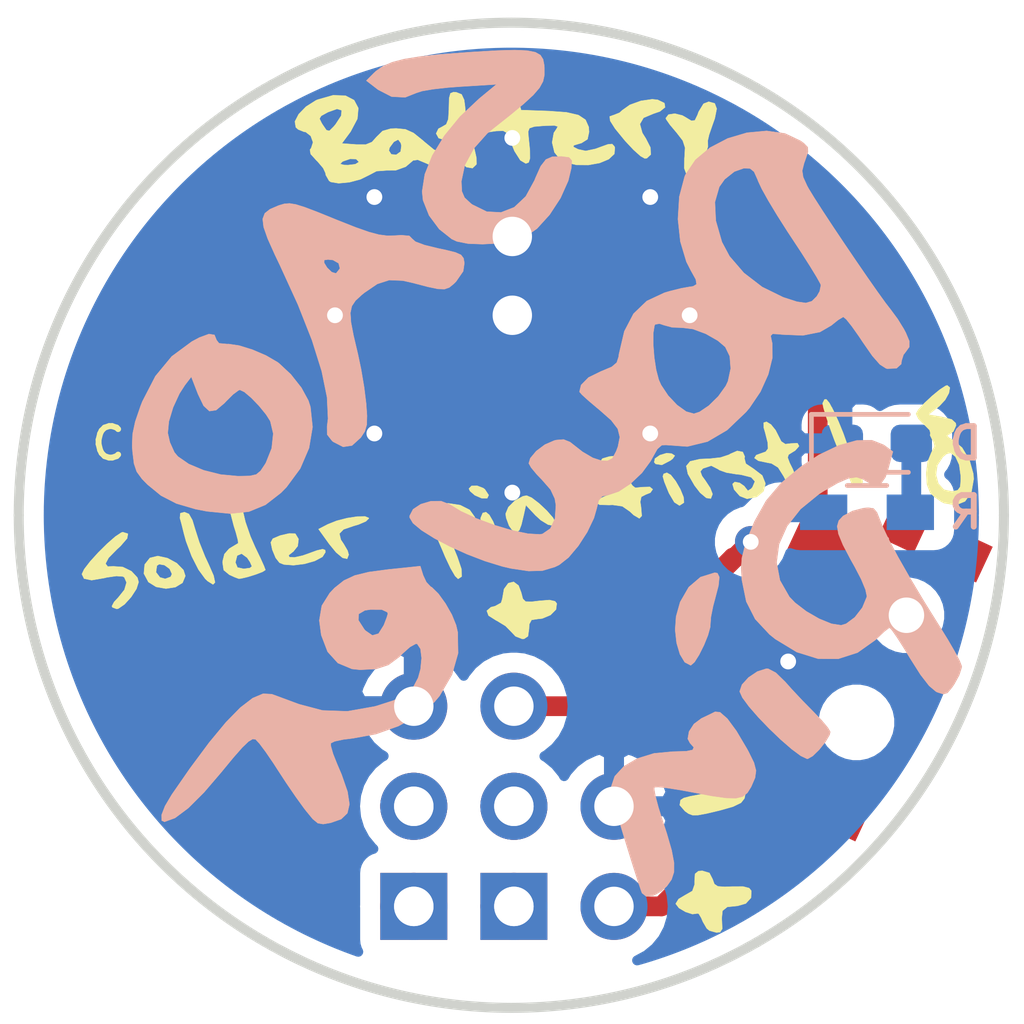
<source format=kicad_pcb>
(kicad_pcb (version 20171130) (host pcbnew "(5.1.2)-1")

  (general
    (thickness 1.6)
    (drawings 8)
    (tracks 53)
    (zones 0)
    (modules 10)
    (nets 13)
  )

  (page A4)
  (layers
    (0 F.Cu signal)
    (31 B.Cu signal)
    (32 B.Adhes user)
    (33 F.Adhes user)
    (34 B.Paste user)
    (35 F.Paste user)
    (36 B.SilkS user)
    (37 F.SilkS user)
    (38 B.Mask user)
    (39 F.Mask user)
    (40 Dwgs.User user)
    (41 Cmts.User user)
    (42 Eco1.User user)
    (43 Eco2.User user)
    (44 Edge.Cuts user)
    (45 Margin user)
    (46 B.CrtYd user)
    (47 F.CrtYd user)
    (48 B.Fab user)
    (49 F.Fab user)
  )

  (setup
    (last_trace_width 0.25)
    (user_trace_width 0.5)
    (trace_clearance 0.2)
    (zone_clearance 0.508)
    (zone_45_only no)
    (trace_min 0.2)
    (via_size 0.8)
    (via_drill 0.4)
    (via_min_size 0.4)
    (via_min_drill 0.3)
    (user_via 0.4 0.3)
    (uvia_size 0.3)
    (uvia_drill 0.1)
    (uvias_allowed no)
    (uvia_min_size 0.2)
    (uvia_min_drill 0.1)
    (edge_width 0.05)
    (segment_width 0.2)
    (pcb_text_width 0.3)
    (pcb_text_size 1.5 1.5)
    (mod_edge_width 0.12)
    (mod_text_size 1 1)
    (mod_text_width 0.15)
    (pad_size 3.5 3.5)
    (pad_drill 0)
    (pad_to_mask_clearance 0.051)
    (solder_mask_min_width 0.25)
    (aux_axis_origin 0 0)
    (visible_elements 7FFFFFFF)
    (pcbplotparams
      (layerselection 0x010fc_ffffffff)
      (usegerberextensions false)
      (usegerberattributes false)
      (usegerberadvancedattributes false)
      (creategerberjobfile false)
      (excludeedgelayer true)
      (linewidth 0.100000)
      (plotframeref false)
      (viasonmask false)
      (mode 1)
      (useauxorigin false)
      (hpglpennumber 1)
      (hpglpenspeed 20)
      (hpglpendiameter 15.000000)
      (psnegative false)
      (psa4output false)
      (plotreference true)
      (plotvalue true)
      (plotinvisibletext false)
      (padsonsilk false)
      (subtractmaskfromsilk false)
      (outputformat 1)
      (mirror false)
      (drillshape 0)
      (scaleselection 1)
      (outputdirectory "gerber/"))
  )

  (net 0 "")
  (net 1 GND)
  (net 2 +3V0)
  (net 3 /+V)
  (net 4 "Net-(JH1-Pad1)")
  (net 5 "Net-(JH1-Pad2)")
  (net 6 "Net-(JH1-Pad3)")
  (net 7 "Net-(JH1-Pad4)")
  (net 8 "Net-(JV1-Pad4)")
  (net 9 "Net-(JV1-Pad3)")
  (net 10 "Net-(JV1-Pad2)")
  (net 11 "Net-(JV1-Pad1)")
  (net 12 "Net-(LED1-Pad2)")

  (net_class Default "This is the default net class."
    (clearance 0.2)
    (trace_width 0.25)
    (via_dia 0.8)
    (via_drill 0.4)
    (uvia_dia 0.3)
    (uvia_drill 0.1)
    (add_net +3V0)
    (add_net /+V)
    (add_net GND)
    (add_net "Net-(JH1-Pad1)")
    (add_net "Net-(JH1-Pad2)")
    (add_net "Net-(JH1-Pad3)")
    (add_net "Net-(JH1-Pad4)")
    (add_net "Net-(JV1-Pad1)")
    (add_net "Net-(JV1-Pad2)")
    (add_net "Net-(JV1-Pad3)")
    (add_net "Net-(JV1-Pad4)")
    (add_net "Net-(LED1-Pad2)")
  )

  (module "BBS Components:SPDT_LowProfile_SMD_Switch_PCM12SMTR_NoSilk" (layer F.Cu) (tedit 5D53926C) (tstamp 5D520A2E)
    (at 89 84 65)
    (path /5D52009C)
    (fp_text reference POW1 (at -0.738362 -5.724275 65) (layer F.SilkS) hide
      (effects (font (size 1 1) (thickness 0.15)))
    )
    (fp_text value SW_SPST (at 0 1 65) (layer F.Fab) hide
      (effects (font (size 1 1) (thickness 0.15)))
    )
    (pad 4 smd rect (at -3.75 -2.25 155) (size 1 1) (layers F.Cu F.Paste F.Mask))
    (pad 4 smd rect (at -3.75 -0.5 155) (size 1 1) (layers F.Cu F.Paste F.Mask))
    (pad 4 smd rect (at 3.5 -0.5 155) (size 1 1) (layers F.Cu F.Paste F.Mask))
    (pad 4 smd rect (at 3.5 -2.25 155) (size 1 1) (layers F.Cu F.Paste F.Mask))
    (pad 2 smd rect (at 0.75 -3.5 155) (size 2.4 1) (layers F.Cu F.Paste F.Mask)
      (net 3 /+V))
    (pad 3 smd rect (at 2.25 -3.5 155) (size 2.4 1) (layers F.Cu F.Paste F.Mask)
      (net 2 +3V0))
    (pad 1 smd rect (at -2.25 -3.5 155) (size 2.4 1) (layers F.Cu F.Paste F.Mask)
      (net 1 GND))
    (pad "" np_thru_hole circle (at -1.5 -1.25 155) (size 0.9 0.9) (drill 0.9) (layers *.Cu *.Mask Dwgs.User))
    (pad "" np_thru_hole circle (at 1.5 -1.25 155) (size 0.9 0.9) (drill 0.9) (layers *.Cu *.Mask Dwgs.User))
  )

  (module "BBS Components:BatteryHolder12_5mm_cell_Harwin_S8201-46R_NoSilk" (layer F.Cu) (tedit 5D8784FA) (tstamp 5D51F921)
    (at 78.5 74.5 180)
    (path /5D51E8B4)
    (fp_text reference BATTERY1 (at 0 6) (layer F.SilkS) hide
      (effects (font (size 1 1) (thickness 0.15)))
    )
    (fp_text value Battery_Cell (at 0 6.25 180) (layer F.Fab) hide
      (effects (font (size 1 1) (thickness 0.15)))
    )
    (pad 2 smd rect (at 0 0 180) (size 4 4) (layers F.Cu F.Paste F.Mask)
      (net 1 GND))
    (pad 1 smd rect (at 7.75 0 180) (size 3.5 3.5) (layers F.Cu F.Paste F.Mask))
    (pad 1 smd rect (at -7.75 0 180) (size 3.5 3.5) (layers F.Cu F.Paste F.Mask)
      (net 2 +3V0))
  )

  (module "BBS Components:front-graphic-2" (layer F.Cu) (tedit 0) (tstamp 5D53996A)
    (at 78.5 79.75)
    (fp_text reference G*** (at 0 0) (layer F.SilkS) hide
      (effects (font (size 1.524 1.524) (thickness 0.3)))
    )
    (fp_text value LOGO (at 0.75 0) (layer F.SilkS) hide
      (effects (font (size 1.524 1.524) (thickness 0.3)))
    )
    (fp_poly (pts (xy 5.000902 8.901004) (xy 5.081902 9.059333) (xy 5.126753 9.182755) (xy 5.213928 9.241793)
      (xy 5.391239 9.254686) (xy 5.574177 9.247141) (xy 5.856071 9.245858) (xy 6.009458 9.286308)
      (xy 6.064763 9.354053) (xy 6.056552 9.532048) (xy 5.925163 9.675996) (xy 5.716068 9.736641)
      (xy 5.711557 9.736666) (xy 5.455986 9.762561) (xy 5.333351 9.860518) (xy 5.312456 10.060944)
      (xy 5.318214 10.120092) (xy 5.326453 10.31959) (xy 5.272977 10.401509) (xy 5.184296 10.414)
      (xy 5.004335 10.364826) (xy 4.934176 10.308166) (xy 4.835377 10.13811) (xy 4.794816 10.042048)
      (xy 4.729525 9.932747) (xy 4.689809 9.929301) (xy 4.571987 9.945573) (xy 4.39466 9.888432)
      (xy 4.229783 9.791202) (xy 4.14931 9.687204) (xy 4.148666 9.678696) (xy 4.219966 9.562897)
      (xy 4.391497 9.460966) (xy 4.392387 9.46063) (xy 4.568982 9.359603) (xy 4.625256 9.19862)
      (xy 4.62522 9.108151) (xy 4.637675 8.924301) (xy 4.722417 8.855262) (xy 4.822182 8.847666)
      (xy 5.000902 8.901004)) (layer F.SilkS) (width 0.01))
    (fp_poly (pts (xy 5.891597 6.794708) (xy 5.91059 6.906689) (xy 5.889818 7.010051) (xy 5.802839 7.120623)
      (xy 5.600865 7.218106) (xy 5.268254 7.312986) (xy 4.928923 7.3932) (xy 4.711586 7.433358)
      (xy 4.573946 7.434408) (xy 4.4737 7.397293) (xy 4.3815 7.332806) (xy 4.249214 7.179507)
      (xy 4.26962 7.052021) (xy 4.352897 6.999569) (xy 4.519634 6.95538) (xy 4.781828 6.906334)
      (xy 5.092689 6.858659) (xy 5.405426 6.818585) (xy 5.67325 6.792342) (xy 5.849369 6.786159)
      (xy 5.891597 6.794708)) (layer F.SilkS) (width 0.01))
    (fp_poly (pts (xy 0.158611 1.608868) (xy 0.226218 1.787258) (xy 0.266342 1.944509) (xy 0.336711 2.014498)
      (xy 0.487497 2.020441) (xy 0.680083 1.997293) (xy 0.943643 1.976489) (xy 1.082956 2.007784)
      (xy 1.127605 2.064746) (xy 1.107836 2.216913) (xy 0.969135 2.356338) (xy 0.759784 2.443576)
      (xy 0.649499 2.455333) (xy 0.488511 2.480069) (xy 0.429385 2.589296) (xy 0.423333 2.709333)
      (xy 0.396623 2.895379) (xy 0.297507 2.960789) (xy 0.254717 2.963333) (xy 0.081719 2.896332)
      (xy -0.02045 2.787885) (xy -0.170677 2.634976) (xy -0.391699 2.500602) (xy -0.409624 2.492756)
      (xy -0.60215 2.370882) (xy -0.646748 2.249467) (xy -0.541172 2.157225) (xy -0.437869 2.131944)
      (xy -0.284461 2.047109) (xy -0.254 1.948369) (xy -0.209575 1.697016) (xy -0.101149 1.548312)
      (xy 0.034004 1.514761) (xy 0.158611 1.608868)) (layer F.SilkS) (width 0.01))
    (fp_poly (pts (xy -1.987929 2.291348) (xy -1.802696 2.311205) (xy -1.716274 2.355893) (xy -1.69347 2.434441)
      (xy -1.693334 2.44475) (xy -1.760968 2.581326) (xy -1.957917 2.656416) (xy -2.370388 2.70585)
      (xy -2.728172 2.686805) (xy -2.983406 2.602576) (xy -3.010652 2.583942) (xy -3.109108 2.461439)
      (xy -3.042118 2.37109) (xy -2.81056 2.313263) (xy -2.415311 2.288329) (xy -2.307167 2.287296)
      (xy -1.987929 2.291348)) (layer F.SilkS) (width 0.01))
    (fp_poly (pts (xy -9.754022 0.293908) (xy -9.774443 0.411924) (xy -9.941958 0.60548) (xy -10.033 0.68869)
      (xy -10.243889 0.902832) (xy -10.322938 1.052685) (xy -10.267842 1.126488) (xy -10.117824 1.121418)
      (xy -9.885486 1.137975) (xy -9.664096 1.245779) (xy -9.513791 1.407142) (xy -9.482667 1.519455)
      (xy -9.537498 1.691934) (xy -9.671663 1.898581) (xy -9.839671 2.083792) (xy -9.996029 2.19196)
      (xy -10.040527 2.201333) (xy -10.148382 2.160474) (xy -10.16 2.129788) (xy -10.1035 2.024325)
      (xy -9.999108 1.912638) (xy -9.842753 1.717074) (xy -9.788144 1.530294) (xy -9.845325 1.39864)
      (xy -9.8832 1.377788) (xy -10.046151 1.366073) (xy -10.286278 1.400312) (xy -10.356289 1.417273)
      (xy -10.675809 1.471683) (xy -10.866473 1.43205) (xy -10.922 1.318713) (xy -10.863517 1.194156)
      (xy -10.712566 0.998961) (xy -10.505895 0.770733) (xy -10.280251 0.547079) (xy -10.072381 0.365604)
      (xy -9.919034 0.263914) (xy -9.881589 0.254) (xy -9.754022 0.293908)) (layer F.SilkS) (width 0.01))
    (fp_poly (pts (xy -8.749519 0.913131) (xy -8.513651 1.041473) (xy -8.345253 1.215055) (xy -8.297334 1.36481)
      (xy -8.368824 1.538933) (xy -8.549681 1.648659) (xy -8.789487 1.685642) (xy -9.03782 1.641538)
      (xy -9.232998 1.519669) (xy -9.348439 1.305186) (xy -9.345394 1.270053) (xy -9.042304 1.270053)
      (xy -8.940742 1.402065) (xy -8.807991 1.439333) (xy -8.669287 1.388427) (xy -8.636 1.315312)
      (xy -8.694675 1.185121) (xy -8.825678 1.089502) (xy -8.961478 1.065592) (xy -9.019365 1.104492)
      (xy -9.042304 1.270053) (xy -9.345394 1.270053) (xy -9.328486 1.074981) (xy -9.196089 0.907869)
      (xy -8.995963 0.858954) (xy -8.749519 0.913131)) (layer F.SilkS) (width 0.01))
    (fp_poly (pts (xy -8.207831 -0.20863) (xy -8.118616 -0.051441) (xy -8.04965 0.176611) (xy -7.944315 0.506716)
      (xy -7.796707 0.875996) (xy -7.706882 1.067972) (xy -7.580893 1.355054) (xy -7.544249 1.529225)
      (xy -7.594492 1.579759) (xy -7.729162 1.495932) (xy -7.791512 1.437155) (xy -7.962879 1.203166)
      (xy -8.13486 0.865433) (xy -8.277768 0.486811) (xy -8.330337 0.296333) (xy -8.388362 0.062094)
      (xy -8.43406 -0.105834) (xy -8.422256 -0.227362) (xy -8.319046 -0.254) (xy -8.207831 -0.20863)) (layer F.SilkS) (width 0.01))
    (fp_poly (pts (xy -6.932328 -0.646381) (xy -6.862029 -0.419334) (xy -6.843013 -0.304318) (xy -6.771489 -0.002358)
      (xy -6.646308 0.358789) (xy -6.524467 0.637405) (xy -6.395196 0.906586) (xy -6.30233 1.112539)
      (xy -6.265375 1.211946) (xy -6.265334 1.21291) (xy -6.336615 1.258953) (xy -6.50685 1.324438)
      (xy -6.710626 1.388096) (xy -6.88253 1.428661) (xy -6.942667 1.43313) (xy -7.043017 1.396288)
      (xy -7.179758 1.334098) (xy -7.322965 1.21618) (xy -7.351944 1.021902) (xy -7.351867 1.020996)
      (xy -7.027334 1.020996) (xy -6.975018 1.150624) (xy -6.815667 1.185333) (xy -6.657537 1.163618)
      (xy -6.606693 1.121833) (xy -6.654913 1.01084) (xy -6.72806 0.901688) (xy -6.868716 0.798585)
      (xy -6.982641 0.847097) (xy -7.027334 1.020996) (xy -7.351867 1.020996) (xy -7.349092 0.988533)
      (xy -7.304409 0.809588) (xy -7.18537 0.673774) (xy -6.955208 0.534651) (xy -6.962785 0.453172)
      (xy -7.014084 0.260468) (xy -7.067189 0.092128) (xy -7.160774 -0.271565) (xy -7.173763 -0.540276)
      (xy -7.107168 -0.692776) (xy -7.02838 -0.719667) (xy -6.932328 -0.646381)) (layer F.SilkS) (width 0.01))
    (fp_poly (pts (xy -1.322036 -0.431936) (xy -1.082452 -0.311333) (xy -0.95336 -0.13099) (xy -0.945526 -0.094398)
      (xy -0.982915 0.098724) (xy -1.110356 0.30481) (xy -1.279249 0.461067) (xy -1.411759 0.508)
      (xy -1.493015 0.514664) (xy -1.513785 0.562386) (xy -1.472398 0.69276) (xy -1.397 0.87594)
      (xy -1.290326 1.191637) (xy -1.28611 1.380471) (xy -1.375834 1.438741) (xy -1.451576 1.364888)
      (xy -1.566719 1.167327) (xy -1.702065 0.881219) (xy -1.773732 0.709933) (xy -1.91323 0.385855)
      (xy -2.04296 0.126005) (xy -2.143176 -0.031787) (xy -2.175898 -0.060534) (xy -2.282514 -0.151766)
      (xy -1.771948 -0.151766) (xy -1.721808 0.049466) (xy -1.694134 0.124895) (xy -1.614838 0.275024)
      (xy -1.512904 0.288024) (xy -1.440134 0.254428) (xy -1.304078 0.114841) (xy -1.27 -0.002979)
      (xy -1.297124 -0.139623) (xy -1.3335 -0.17049) (xy -1.45835 -0.191385) (xy -1.5875 -0.222698)
      (xy -1.729532 -0.23482) (xy -1.771948 -0.151766) (xy -2.282514 -0.151766) (xy -2.283992 -0.15303)
      (xy -2.247111 -0.269684) (xy -2.081682 -0.383431) (xy -1.950146 -0.432494) (xy -1.626479 -0.477443)
      (xy -1.322036 -0.431936)) (layer F.SilkS) (width 0.01))
    (fp_poly (pts (xy -5.516316 0.289983) (xy -5.504989 0.29531) (xy -5.424337 0.428413) (xy -5.445667 0.60608)
      (xy -5.558042 0.746694) (xy -5.566129 0.751442) (xy -5.678699 0.840383) (xy -5.655195 0.890071)
      (xy -5.525525 0.894757) (xy -5.319602 0.848696) (xy -5.227224 0.816556) (xy -4.958716 0.719124)
      (xy -4.81138 0.684292) (xy -4.750716 0.708031) (xy -4.741334 0.759825) (xy -4.81746 0.880069)
      (xy -5.011829 0.983422) (xy -5.273427 1.058066) (xy -5.551238 1.092179) (xy -5.794249 1.073942)
      (xy -5.907047 1.029917) (xy -6.004352 0.905493) (xy -6.089341 0.700523) (xy -6.090428 0.696763)
      (xy -6.128104 0.515954) (xy -6.077675 0.419073) (xy -5.903174 0.344935) (xy -5.87887 0.336863)
      (xy -5.664443 0.287187) (xy -5.516316 0.289983)) (layer F.SilkS) (width 0.01))
    (fp_poly (pts (xy -3.642442 -0.10548) (xy -3.640667 -0.0955) (xy -3.715075 -0.02168) (xy -3.903684 0.059196)
      (xy -4.021667 0.093498) (xy -4.282916 0.182414) (xy -4.388274 0.292174) (xy -4.351153 0.446908)
      (xy -4.27836 0.555317) (xy -4.179584 0.725178) (xy -4.15136 0.8255) (xy -4.191423 0.928731)
      (xy -4.305272 0.905102) (xy -4.470365 0.767017) (xy -4.645012 0.553902) (xy -4.916062 0.176471)
      (xy -4.679416 0.054097) (xy -4.454269 -0.035205) (xy -4.189514 -0.102796) (xy -3.933635 -0.141694)
      (xy -3.735116 -0.144916) (xy -3.642442 -0.10548)) (layer F.SilkS) (width 0.01))
    (fp_poly (pts (xy -0.584027 -0.183416) (xy -0.488291 -0.017309) (xy -0.411724 0.17585) (xy -0.385009 0.327592)
      (xy -0.393564 0.358994) (xy -0.505472 0.427693) (xy -0.636395 0.359035) (xy -0.747249 0.174715)
      (xy -0.752704 0.159607) (xy -0.806598 -0.096554) (xy -0.750201 -0.232635) (xy -0.66825 -0.254)
      (xy -0.584027 -0.183416)) (layer F.SilkS) (width 0.01))
    (fp_poly (pts (xy 0.493182 -0.61803) (xy 0.679131 -0.475597) (xy 0.874137 -0.292449) (xy 1.030339 -0.113819)
      (xy 1.099876 0.015061) (xy 1.100262 0.021166) (xy 1.04519 0.089951) (xy 0.906105 0.061007)
      (xy 0.724549 -0.049775) (xy 0.587345 -0.17503) (xy 0.344752 -0.434727) (xy 0.292304 -0.196197)
      (xy 0.229281 0.066987) (xy 0.177944 0.202804) (xy 0.120615 0.250655) (xy 0.090302 0.254)
      (xy -0.012592 0.18798) (xy -0.081688 0.090232) (xy -0.154548 -0.108402) (xy -0.169334 -0.213696)
      (xy -0.099544 -0.380266) (xy 0.067815 -0.546127) (xy 0.269726 -0.656844) (xy 0.364149 -0.674517)
      (xy 0.493182 -0.61803)) (layer F.SilkS) (width 0.01))
    (fp_poly (pts (xy 3.003289 -1.684966) (xy 3.224882 -1.651256) (xy 3.252741 -1.641942) (xy 3.380067 -1.562667)
      (xy 3.353941 -1.494179) (xy 3.190234 -1.44949) (xy 3.005666 -1.439334) (xy 2.74807 -1.40714)
      (xy 2.622902 -1.325927) (xy 2.641691 -1.218752) (xy 2.815965 -1.108668) (xy 2.836333 -1.100667)
      (xy 2.993447 -1.009924) (xy 3.048 -0.926702) (xy 3.120611 -0.871162) (xy 3.302 -0.889)
      (xy 3.489258 -0.894307) (xy 3.562801 -0.833752) (xy 3.504073 -0.749402) (xy 3.384775 -0.701371)
      (xy 3.272023 -0.643068) (xy 3.246432 -0.516278) (xy 3.267198 -0.370631) (xy 3.28396 -0.159136)
      (xy 3.22376 -0.096009) (xy 3.08195 -0.179638) (xy 2.982928 -0.272035) (xy 2.791542 -0.404174)
      (xy 2.543171 -0.439051) (xy 2.456113 -0.434894) (xy 2.216087 -0.442378) (xy 2.125795 -0.497976)
      (xy 2.192185 -0.583702) (xy 2.367738 -0.663626) (xy 2.61881 -0.75115) (xy 2.397974 -1.146269)
      (xy 2.274444 -1.386219) (xy 2.237267 -1.525562) (xy 2.27778 -1.603853) (xy 2.295069 -1.616064)
      (xy 2.463417 -1.665345) (xy 2.724479 -1.688988) (xy 3.003289 -1.684966)) (layer F.SilkS) (width 0.01))
    (fp_poly (pts (xy 4.020821 -1.19844) (xy 4.14541 -1.040279) (xy 4.263804 -0.834251) (xy 4.344395 -0.636146)
      (xy 4.355575 -0.501752) (xy 4.351658 -0.493965) (xy 4.242014 -0.422194) (xy 4.112254 -0.505039)
      (xy 3.977989 -0.731594) (xy 3.963484 -0.765133) (xy 3.859506 -1.020901) (xy 3.819837 -1.161022)
      (xy 3.841085 -1.225058) (xy 3.919856 -1.25257) (xy 3.921645 -1.252946) (xy 4.020821 -1.19844)) (layer F.SilkS) (width 0.01))
    (fp_poly (pts (xy 11.102955 -3.414596) (xy 11.07884 -3.276076) (xy 10.983004 -3.103317) (xy 10.834241 -2.943862)
      (xy 10.825167 -2.936634) (xy 10.559002 -2.728329) (xy 10.909834 -2.669056) (xy 11.148988 -2.60652)
      (xy 11.251011 -2.513642) (xy 11.260666 -2.45695) (xy 11.191124 -2.299955) (xy 11.115513 -2.248417)
      (xy 11.031279 -2.198262) (xy 11.084538 -2.138822) (xy 11.174378 -2.091002) (xy 11.413237 -1.88999)
      (xy 11.598615 -1.581292) (xy 11.698341 -1.225211) (xy 11.70709 -1.092501) (xy 11.648084 -0.75402)
      (xy 11.487459 -0.528186) (xy 11.249808 -0.431981) (xy 10.959723 -0.482389) (xy 10.879666 -0.521101)
      (xy 10.691674 -0.657276) (xy 10.6045 -0.746376) (xy 10.523426 -0.953018) (xy 10.50569 -1.203814)
      (xy 10.750821 -1.203814) (xy 10.810524 -0.981192) (xy 10.950889 -0.823387) (xy 11.159105 -0.777931)
      (xy 11.160527 -0.778093) (xy 11.302809 -0.81066) (xy 11.366973 -0.897699) (xy 11.381168 -1.089318)
      (xy 11.380017 -1.168793) (xy 11.340226 -1.455284) (xy 11.247754 -1.656542) (xy 11.234486 -1.671133)
      (xy 11.121362 -1.759758) (xy 11.019609 -1.732952) (xy 10.924635 -1.653386) (xy 10.784588 -1.443722)
      (xy 10.750821 -1.203814) (xy 10.50569 -1.203814) (xy 10.502994 -1.241926) (xy 10.541098 -1.538088)
      (xy 10.633015 -1.762799) (xy 10.717961 -1.928561) (xy 10.683276 -2.054175) (xy 10.663283 -2.080017)
      (xy 10.599892 -2.206121) (xy 10.61073 -2.256953) (xy 10.588517 -2.33779) (xy 10.464548 -2.463867)
      (xy 10.453462 -2.472719) (xy 10.305948 -2.622618) (xy 10.244666 -2.752144) (xy 10.304928 -2.855433)
      (xy 10.455498 -3.018944) (xy 10.651055 -3.201515) (xy 10.846277 -3.361985) (xy 10.995844 -3.459194)
      (xy 11.036553 -3.471334) (xy 11.102955 -3.414596)) (layer F.SilkS) (width 0.01))
    (fp_poly (pts (xy -0.734967 -0.862755) (xy -0.694267 -0.829734) (xy -0.599808 -0.685767) (xy -0.637994 -0.606476)
      (xy -0.779048 -0.608652) (xy -0.9525 -0.684116) (xy -1.074617 -0.790275) (xy -1.100667 -0.850874)
      (xy -1.035712 -0.919672) (xy -0.889489 -0.922367) (xy -0.734967 -0.862755)) (layer F.SilkS) (width 0.01))
    (fp_poly (pts (xy 5.847574 -1.780212) (xy 5.898405 -1.665027) (xy 5.889689 -1.619807) (xy 5.924512 -1.484268)
      (xy 6.119999 -1.354667) (xy 6.341388 -1.185511) (xy 6.423112 -0.981455) (xy 6.37451 -0.785842)
      (xy 6.204923 -0.642015) (xy 5.955796 -0.592667) (xy 5.773205 -0.663558) (xy 5.62862 -0.827729)
      (xy 5.588 -0.968101) (xy 5.645598 -1.019973) (xy 5.769474 -0.995475) (xy 5.886247 -0.913993)
      (xy 5.907652 -0.883651) (xy 5.978326 -0.795862) (xy 6.059298 -0.846156) (xy 6.094537 -0.887239)
      (xy 6.157049 -1.034765) (xy 6.0612 -1.139845) (xy 5.804031 -1.204855) (xy 5.682336 -1.217997)
      (xy 5.435434 -1.258261) (xy 5.25694 -1.321693) (xy 5.226174 -1.34396) (xy 5.049653 -1.433551)
      (xy 4.839315 -1.364737) (xy 4.834473 -1.361696) (xy 4.771817 -1.286726) (xy 4.813437 -1.171019)
      (xy 4.897973 -1.055241) (xy 5.022066 -0.86627) (xy 5.079522 -0.717244) (xy 5.08 -0.708249)
      (xy 5.036325 -0.59903) (xy 4.923137 -0.616093) (xy 4.767186 -0.746412) (xy 4.625584 -0.929519)
      (xy 4.455541 -1.225213) (xy 4.414843 -1.424222) (xy 4.513394 -1.543516) (xy 4.761092 -1.600062)
      (xy 5.023424 -1.61136) (xy 5.286758 -1.64092) (xy 5.498256 -1.710874) (xy 5.532729 -1.732545)
      (xy 5.708108 -1.808269) (xy 5.847574 -1.780212)) (layer F.SilkS) (width 0.01))
    (fp_poly (pts (xy 6.563001 -2.477874) (xy 6.679535 -2.334145) (xy 6.726563 -2.241226) (xy 6.824696 -2.047449)
      (xy 6.928173 -1.979965) (xy 7.066366 -1.996404) (xy 7.236737 -2.002802) (xy 7.276638 -1.930649)
      (xy 7.178082 -1.818319) (xy 7.111842 -1.777916) (xy 7.011132 -1.715216) (xy 6.986402 -1.640687)
      (xy 7.038041 -1.502207) (xy 7.115044 -1.3487) (xy 7.224595 -1.072399) (xy 7.221152 -0.901573)
      (xy 7.113976 -0.846667) (xy 7.035137 -0.915674) (xy 6.925223 -1.08848) (xy 6.886139 -1.164167)
      (xy 6.744748 -1.388179) (xy 6.577885 -1.490545) (xy 6.477 -1.509349) (xy 6.244022 -1.557871)
      (xy 6.143958 -1.627527) (xy 6.189916 -1.700918) (xy 6.301887 -1.741782) (xy 6.430107 -1.786908)
      (xy 6.488891 -1.865191) (xy 6.482986 -2.014861) (xy 6.41714 -2.274151) (xy 6.382607 -2.391834)
      (xy 6.377312 -2.523019) (xy 6.449852 -2.546266) (xy 6.563001 -2.477874)) (layer F.SilkS) (width 0.01))
    (fp_poly (pts (xy 8.796331 -1.281318) (xy 8.878897 -1.106533) (xy 8.89 -1.009076) (xy 8.825972 -0.941844)
      (xy 8.694746 -0.941143) (xy 8.607777 -0.987778) (xy 8.551923 -1.122308) (xy 8.572609 -1.272232)
      (xy 8.655751 -1.353516) (xy 8.669274 -1.354667) (xy 8.796331 -1.281318)) (layer F.SilkS) (width 0.01))
    (fp_poly (pts (xy 4.041278 -1.739857) (xy 4.122972 -1.687658) (xy 4.070725 -1.61193) (xy 4.013496 -1.566697)
      (xy 3.795241 -1.453004) (xy 3.637407 -1.478062) (xy 3.600958 -1.519752) (xy 3.620907 -1.613368)
      (xy 3.745766 -1.700671) (xy 3.912963 -1.750384) (xy 4.041278 -1.739857)) (layer F.SilkS) (width 0.01))
    (fp_poly (pts (xy 8.044475 -3.025419) (xy 8.153843 -2.821864) (xy 8.278094 -2.550538) (xy 8.397541 -2.25776)
      (xy 8.492497 -1.989847) (xy 8.543275 -1.793116) (xy 8.546903 -1.756834) (xy 8.501662 -1.627161)
      (xy 8.398497 -1.627692) (xy 8.342742 -1.688357) (xy 8.270269 -1.840194) (xy 8.170992 -2.089663)
      (xy 8.06334 -2.384619) (xy 7.965742 -2.67292) (xy 7.896627 -2.902421) (xy 7.874 -3.014656)
      (xy 7.92157 -3.112886) (xy 7.969677 -3.114886) (xy 8.044475 -3.025419)) (layer F.SilkS) (width 0.01))
    (fp_poly (pts (xy -4.233766 -10.822235) (xy -4.014386 -10.707995) (xy -3.907895 -10.506616) (xy -3.931714 -10.235277)
      (xy -4.103265 -9.911153) (xy -4.110513 -9.901283) (xy -4.326359 -9.609667) (xy -3.965494 -9.582752)
      (xy -3.716786 -9.581995) (xy -3.561733 -9.644855) (xy -3.446253 -9.773252) (xy -3.291424 -9.9253)
      (xy -3.081832 -9.985217) (xy -2.944574 -9.990667) (xy -2.710288 -9.967093) (xy -2.507566 -9.875914)
      (xy -2.271477 -9.686448) (xy -2.240141 -9.65779) (xy -1.993356 -9.454854) (xy -1.811158 -9.370061)
      (xy -1.692966 -9.373565) (xy -1.555726 -9.383767) (xy -1.533053 -9.291357) (xy -1.536627 -9.271017)
      (xy -1.640769 -9.067258) (xy -1.836349 -8.998678) (xy -2.107159 -9.069742) (xy -2.163684 -9.098269)
      (xy -2.398554 -9.196313) (xy -2.520753 -9.178697) (xy -2.524784 -9.173212) (xy -2.705675 -9.019464)
      (xy -2.961887 -8.92765) (xy -3.183817 -8.926981) (xy -3.445731 -8.908039) (xy -3.620431 -8.815507)
      (xy -3.853597 -8.700257) (xy -4.135615 -8.62549) (xy -4.406305 -8.600187) (xy -4.605483 -8.633331)
      (xy -4.64884 -8.66204) (xy -4.733322 -8.809869) (xy -4.741334 -8.861174) (xy -4.7989 -8.984903)
      (xy -4.886337 -9.087783) (xy -4.367489 -9.087783) (xy -4.27247 -9.063553) (xy -4.169834 -9.06063)
      (xy -3.982569 -9.082518) (xy -3.895459 -9.137573) (xy -3.894667 -9.144) (xy -3.961561 -9.214009)
      (xy -4.117418 -9.218634) (xy -4.294998 -9.157876) (xy -4.318 -9.144) (xy -4.367489 -9.087783)
      (xy -4.886337 -9.087783) (xy -4.940534 -9.151552) (xy -4.971554 -9.181287) (xy -5.116864 -9.342142)
      (xy -5.13036 -9.429967) (xy -3.132667 -9.429967) (xy -3.071625 -9.332658) (xy -2.943538 -9.322382)
      (xy -2.833828 -9.402055) (xy -2.812567 -9.551773) (xy -2.829833 -9.623257) (xy -2.895556 -9.709072)
      (xy -3.006669 -9.651169) (xy -3.113701 -9.507057) (xy -3.132667 -9.429967) (xy -5.13036 -9.429967)
      (xy -5.133616 -9.451152) (xy -5.102517 -9.494017) (xy -5.056293 -9.638965) (xy -5.114437 -9.800785)
      (xy -5.241957 -9.900163) (xy -5.284279 -9.906) (xy -5.433082 -9.965487) (xy -5.4934 -10.021031)
      (xy -5.516491 -10.166337) (xy -5.479093 -10.2388) (xy -4.893056 -10.2388) (xy -4.83786 -10.125713)
      (xy -4.811501 -10.083579) (xy -4.715491 -9.94447) (xy -4.640084 -9.929762) (xy -4.528444 -10.041689)
      (xy -4.482555 -10.0965) (xy -4.339047 -10.317128) (xy -4.331254 -10.452846) (xy -4.44847 -10.487342)
      (xy -4.679988 -10.4043) (xy -4.6834 -10.402532) (xy -4.849843 -10.310473) (xy -4.893056 -10.2388)
      (xy -5.479093 -10.2388) (xy -5.420053 -10.353193) (xy -5.23405 -10.543619) (xy -4.988448 -10.699632)
      (xy -4.941504 -10.720594) (xy -4.548613 -10.832161) (xy -4.233766 -10.822235)) (layer F.SilkS) (width 0.01))
    (fp_poly (pts (xy 5.136004 -10.626895) (xy 5.186213 -10.491488) (xy 5.137172 -10.24364) (xy 5.072986 -10.063403)
      (xy 4.992743 -9.830184) (xy 4.956533 -9.669141) (xy 4.961045 -9.629844) (xy 4.963548 -9.530469)
      (xy 4.919696 -9.387775) (xy 4.836801 -9.142335) (xy 4.787913 -8.9535) (xy 4.698517 -8.764923)
      (xy 4.557323 -8.730889) (xy 4.423065 -8.818802) (xy 4.365383 -8.975883) (xy 4.368217 -9.239543)
      (xy 4.371203 -9.263302) (xy 4.384251 -9.502873) (xy 4.32562 -9.683439) (xy 4.167486 -9.887356)
      (xy 4.156071 -9.900083) (xy 4.000073 -10.085399) (xy 3.906583 -10.219637) (xy 3.894666 -10.250858)
      (xy 3.962832 -10.341746) (xy 4.123991 -10.366515) (xy 4.313134 -10.319954) (xy 4.369284 -10.288921)
      (xy 4.541409 -10.185608) (xy 4.632204 -10.194034) (xy 4.700749 -10.334761) (xy 4.728646 -10.414)
      (xy 4.852621 -10.617653) (xy 4.983873 -10.668) (xy 5.136004 -10.626895)) (layer F.SilkS) (width 0.01))
    (fp_poly (pts (xy 0.028605 -10.969549) (xy 0.122115 -10.827492) (xy 0.150897 -10.7315) (xy 0.221969 -10.456334)
      (xy 0.933933 -10.431442) (xy 1.378732 -10.398584) (xy 1.678956 -10.328724) (xy 1.857502 -10.209903)
      (xy 1.937269 -10.030157) (xy 1.947333 -9.902057) (xy 1.907212 -9.716306) (xy 1.75493 -9.620824)
      (xy 1.7145 -9.609253) (xy 1.555827 -9.561933) (xy 1.550829 -9.521513) (xy 1.672053 -9.460187)
      (xy 1.863324 -9.419402) (xy 2.10928 -9.471483) (xy 2.2058 -9.507101) (xy 2.422502 -9.585351)
      (xy 2.533558 -9.595405) (xy 2.588328 -9.537224) (xy 2.601032 -9.506801) (xy 2.589617 -9.345168)
      (xy 2.448345 -9.211594) (xy 2.215577 -9.114741) (xy 1.929674 -9.063268) (xy 1.628999 -9.065837)
      (xy 1.351912 -9.131109) (xy 1.224687 -9.196071) (xy 1.071125 -9.382445) (xy 1.01082 -9.634258)
      (xy 1.053472 -9.877707) (xy 1.121833 -9.978813) (xy 1.154064 -10.040356) (xy 1.072172 -10.065978)
      (xy 0.851168 -10.062011) (xy 0.804333 -10.059247) (xy 0.554604 -10.038437) (xy 0.433525 -9.997412)
      (xy 0.40063 -9.907354) (xy 0.410807 -9.779) (xy 0.445167 -9.436727) (xy 0.447451 -9.230367)
      (xy 0.414512 -9.128992) (xy 0.343203 -9.101671) (xy 0.341913 -9.101667) (xy 0.204418 -9.182865)
      (xy 0.056194 -9.415357) (xy -0.079204 -9.745444) (xy -0.139045 -9.878047) (xy -0.230818 -9.932059)
      (xy -0.408396 -9.926182) (xy -0.544339 -9.90691) (xy -0.828128 -9.853981) (xy -0.972707 -9.78435)
      (xy -1.007541 -9.666391) (xy -0.962094 -9.468474) (xy -0.95979 -9.460944) (xy -0.911301 -9.242348)
      (xy -0.908527 -9.086217) (xy -0.910329 -9.080016) (xy -1.009975 -8.983645) (xy -1.162508 -9.00972)
      (xy -1.265508 -9.096254) (xy -1.362817 -9.268156) (xy -1.42965 -9.454281) (xy -1.522638 -9.637179)
      (xy -1.691628 -9.692446) (xy -1.697429 -9.692528) (xy -1.868706 -9.745743) (xy -1.932552 -9.862334)
      (xy -1.874167 -9.98355) (xy -1.782816 -10.031472) (xy -1.676193 -10.093987) (xy -1.623926 -10.224504)
      (xy -1.608803 -10.470351) (xy -1.608667 -10.510261) (xy -1.602002 -10.760384) (xy -1.569181 -10.881348)
      (xy -1.490969 -10.913186) (xy -1.418167 -10.906722) (xy -1.287012 -10.854533) (xy -1.221962 -10.714863)
      (xy -1.20075 -10.551447) (xy -1.173834 -10.223227) (xy -0.791562 -10.275623) (xy -0.492033 -10.326709)
      (xy -0.329585 -10.395084) (xy -0.272334 -10.509147) (xy -0.288391 -10.697297) (xy -0.292567 -10.72003)
      (xy -0.316849 -10.912884) (xy -0.271164 -10.991756) (xy -0.133258 -11.006667) (xy 0.028605 -10.969549)) (layer F.SilkS) (width 0.01))
    (fp_poly (pts (xy 3.687496 -10.716771) (xy 3.859117 -10.633858) (xy 3.875909 -10.527764) (xy 3.745512 -10.423021)
      (xy 3.578065 -10.365433) (xy 3.329159 -10.260651) (xy 3.236972 -10.101782) (xy 3.298256 -9.878012)
      (xy 3.388458 -9.734151) (xy 3.50475 -9.506072) (xy 3.512271 -9.327295) (xy 3.412849 -9.234352)
      (xy 3.363138 -9.228667) (xy 3.255094 -9.288949) (xy 3.077605 -9.447562) (xy 2.867691 -9.67116)
      (xy 2.852481 -9.688682) (xy 2.608479 -9.987563) (xy 2.48365 -10.185224) (xy 2.472253 -10.294773)
      (xy 2.56855 -10.329318) (xy 2.571966 -10.329334) (xy 2.721485 -10.389027) (xy 2.790405 -10.452003)
      (xy 2.983192 -10.588912) (xy 3.263356 -10.689787) (xy 3.549362 -10.730563) (xy 3.687496 -10.716771)) (layer F.SilkS) (width 0.01))
  )

  (module "BBS Components:C_0603_HandSoldering" (layer F.Cu) (tedit 5D539139) (tstamp 5D521004)
    (at 69.5 78.75 90)
    (descr "Capacitor SMD 0603, hand soldering")
    (tags "capacitor 0603")
    (path /5D5368BF)
    (attr smd)
    (fp_text reference C (at 1 -1.25 180) (layer F.SilkS)
      (effects (font (size 0.8 0.8) (thickness 0.15)))
    )
    (fp_text value C (at 0 1.5 90) (layer F.Fab) hide
      (effects (font (size 1 1) (thickness 0.15)))
    )
    (fp_text user %R (at 0 -1.25 90) (layer F.Fab) hide
      (effects (font (size 1 1) (thickness 0.15)))
    )
    (fp_line (start -0.8 0.4) (end -0.8 -0.4) (layer F.Fab) (width 0.1))
    (fp_line (start 0.8 0.4) (end -0.8 0.4) (layer F.Fab) (width 0.1))
    (fp_line (start 0.8 -0.4) (end 0.8 0.4) (layer F.Fab) (width 0.1))
    (fp_line (start -0.8 -0.4) (end 0.8 -0.4) (layer F.Fab) (width 0.1))
    (fp_line (start -1.8 -0.65) (end 1.8 -0.65) (layer F.CrtYd) (width 0.05))
    (fp_line (start -1.8 -0.65) (end -1.8 0.65) (layer F.CrtYd) (width 0.05))
    (fp_line (start 1.8 0.65) (end 1.8 -0.65) (layer F.CrtYd) (width 0.05))
    (fp_line (start 1.8 0.65) (end -1.8 0.65) (layer F.CrtYd) (width 0.05))
    (pad 1 smd rect (at -0.95 0 90) (size 1.2 0.75) (layers F.Cu F.Paste F.Mask)
      (net 3 /+V))
    (pad 2 smd rect (at 0.95 0 90) (size 1.2 0.75) (layers F.Cu F.Paste F.Mask)
      (net 1 GND))
    (model Capacitors_SMD.3dshapes/C_0603.wrl
      (at (xyz 0 0 0))
      (scale (xyz 1 1 1))
      (rotate (xyz 0 0 0))
    )
  )

  (module "BBS Components:Pin_Header_Straight_2x03_Pitch2.54mm" (layer F.Cu) (tedit 5D539098) (tstamp 5D51F937)
    (at 76 89.5 90)
    (descr "Through hole straight pin header, 2x03, 2.54mm pitch, double rows")
    (tags "Through hole pin header THT 2x03 2.54mm double row")
    (path /5D523FC9)
    (fp_text reference JV1 (at 5.29 6 180) (layer F.SilkS) hide
      (effects (font (size 1 1) (thickness 0.15)))
    )
    (fp_text value Conn_02x03_Odd_Even (at 1.27 7.41 270) (layer F.Fab) hide
      (effects (font (size 1 1) (thickness 0.15)))
    )
    (fp_text user %R (at 1.27 2.54 180) (layer F.Fab)
      (effects (font (size 1 1) (thickness 0.15)))
    )
    (fp_line (start 4.35 -1.8) (end -1.8 -1.8) (layer F.CrtYd) (width 0.05))
    (fp_line (start 4.35 6.85) (end 4.35 -1.8) (layer F.CrtYd) (width 0.05))
    (fp_line (start -1.8 6.85) (end 4.35 6.85) (layer F.CrtYd) (width 0.05))
    (fp_line (start -1.8 -1.8) (end -1.8 6.85) (layer F.CrtYd) (width 0.05))
    (fp_line (start -1.27 0) (end 0 -1.27) (layer F.Fab) (width 0.1))
    (fp_line (start -1.27 6.35) (end -1.27 0) (layer F.Fab) (width 0.1))
    (fp_line (start 3.81 6.35) (end -1.27 6.35) (layer F.Fab) (width 0.1))
    (fp_line (start 3.81 -1.27) (end 3.81 6.35) (layer F.Fab) (width 0.1))
    (fp_line (start 0 -1.27) (end 3.81 -1.27) (layer F.Fab) (width 0.1))
    (pad 6 thru_hole oval (at 2.54 5.08 90) (size 1.7 1.7) (drill 1) (layers *.Cu *.Mask)
      (net 1 GND))
    (pad 5 thru_hole oval (at 0 5.08 90) (size 1.7 1.7) (drill 1) (layers *.Cu *.Mask)
      (net 3 /+V))
    (pad 4 thru_hole oval (at 2.54 2.54 90) (size 1.7 1.7) (drill 1) (layers *.Cu *.Mask)
      (net 8 "Net-(JV1-Pad4)"))
    (pad 3 thru_hole oval (at 0 2.54 90) (size 1.7 1.7) (drill 1) (layers *.Cu *.Mask)
      (net 9 "Net-(JV1-Pad3)"))
    (pad 2 thru_hole oval (at 2.54 0 90) (size 1.7 1.7) (drill 1) (layers *.Cu *.Mask)
      (net 10 "Net-(JV1-Pad2)"))
    (pad 1 thru_hole rect (at 0 0 90) (size 1.7 1.7) (drill 1) (layers *.Cu *.Mask)
      (net 11 "Net-(JV1-Pad1)"))
    (model ${KISYS3DMOD}/Pin_Headers.3dshapes/Pin_Header_Straight_2x03_Pitch2.54mm.wrl
      (at (xyz 0 0 0))
      (scale (xyz 1 1 1))
      (rotate (xyz 0 0 0))
    )
  )

  (module "BBS Components:Pin_Header_Straight_2x03_Pitch2.54mm" (layer F.Cu) (tedit 5D539098) (tstamp 5D522CC4)
    (at 78.54 89.5 180)
    (descr "Through hole straight pin header, 2x03, 2.54mm pitch, double rows")
    (tags "Through hole pin header THT 2x03 2.54mm double row")
    (path /5D55ACD6)
    (fp_text reference JH1 (at 5.29 6 270) (layer F.SilkS) hide
      (effects (font (size 1 1) (thickness 0.15)))
    )
    (fp_text value Conn_02x03_Odd_Even (at 1.27 7.41 180) (layer F.Fab) hide
      (effects (font (size 1 1) (thickness 0.15)))
    )
    (fp_text user %R (at 1.27 2.54 270) (layer F.Fab)
      (effects (font (size 1 1) (thickness 0.15)))
    )
    (fp_line (start 4.35 -1.8) (end -1.8 -1.8) (layer F.CrtYd) (width 0.05))
    (fp_line (start 4.35 6.85) (end 4.35 -1.8) (layer F.CrtYd) (width 0.05))
    (fp_line (start -1.8 6.85) (end 4.35 6.85) (layer F.CrtYd) (width 0.05))
    (fp_line (start -1.8 -1.8) (end -1.8 6.85) (layer F.CrtYd) (width 0.05))
    (fp_line (start -1.27 0) (end 0 -1.27) (layer F.Fab) (width 0.1))
    (fp_line (start -1.27 6.35) (end -1.27 0) (layer F.Fab) (width 0.1))
    (fp_line (start 3.81 6.35) (end -1.27 6.35) (layer F.Fab) (width 0.1))
    (fp_line (start 3.81 -1.27) (end 3.81 6.35) (layer F.Fab) (width 0.1))
    (fp_line (start 0 -1.27) (end 3.81 -1.27) (layer F.Fab) (width 0.1))
    (pad 6 thru_hole oval (at 2.54 5.08 180) (size 1.7 1.7) (drill 1) (layers *.Cu *.Mask)
      (net 1 GND))
    (pad 5 thru_hole oval (at 0 5.08 180) (size 1.7 1.7) (drill 1) (layers *.Cu *.Mask)
      (net 3 /+V))
    (pad 4 thru_hole oval (at 2.54 2.54 180) (size 1.7 1.7) (drill 1) (layers *.Cu *.Mask)
      (net 7 "Net-(JH1-Pad4)"))
    (pad 3 thru_hole oval (at 0 2.54 180) (size 1.7 1.7) (drill 1) (layers *.Cu *.Mask)
      (net 6 "Net-(JH1-Pad3)"))
    (pad 2 thru_hole oval (at 2.54 0 180) (size 1.7 1.7) (drill 1) (layers *.Cu *.Mask)
      (net 5 "Net-(JH1-Pad2)"))
    (pad 1 thru_hole rect (at 0 0 180) (size 1.7 1.7) (drill 1) (layers *.Cu *.Mask)
      (net 4 "Net-(JH1-Pad1)"))
    (model ${KISYS3DMOD}/Pin_Headers.3dshapes/Pin_Header_Straight_2x03_Pitch2.54mm.wrl
      (at (xyz 0 0 0))
      (scale (xyz 1 1 1))
      (rotate (xyz 0 0 0))
    )
  )

  (module "BBS Components:back-graphic-1" (layer B.Cu) (tedit 0) (tstamp 5D53607C)
    (at 78.75 79.25 275)
    (fp_text reference G*** (at 0 0 275) (layer B.SilkS) hide
      (effects (font (size 1.524 1.524) (thickness 0.3)) (justify mirror))
    )
    (fp_text value LOGO (at 0.75 0 275) (layer B.SilkS) hide
      (effects (font (size 1.524 1.524) (thickness 0.3)) (justify mirror))
    )
    (fp_poly (pts (xy 3.000116 -5.446344) (xy 3.462778 -5.632454) (xy 3.882858 -5.961436) (xy 4.014698 -6.099435)
      (xy 4.389669 -6.611016) (xy 4.602206 -7.129567) (xy 4.651559 -7.64481) (xy 4.536977 -8.146466)
      (xy 4.25771 -8.624257) (xy 4.20383 -8.690555) (xy 4.063218 -8.86949) (xy 3.985039 -8.992645)
      (xy 3.979333 -9.011703) (xy 4.05074 -9.06872) (xy 4.2439 -9.180141) (xy 4.527216 -9.32855)
      (xy 4.788703 -9.457927) (xy 5.235298 -9.68928) (xy 5.533191 -9.881271) (xy 5.695955 -10.042924)
      (xy 5.713825 -10.073061) (xy 5.776036 -10.221504) (xy 5.753928 -10.330543) (xy 5.6255 -10.458692)
      (xy 5.543978 -10.524782) (xy 5.33157 -10.666363) (xy 5.147613 -10.743416) (xy 5.10569 -10.748351)
      (xy 4.971755 -10.709022) (xy 4.725924 -10.605739) (xy 4.405305 -10.454994) (xy 4.105523 -10.303851)
      (xy 3.41148 -9.950849) (xy 2.768758 -9.638522) (xy 2.19928 -9.376825) (xy 1.724973 -9.175712)
      (xy 1.367762 -9.045137) (xy 1.271429 -9.017152) (xy 1.038939 -8.948105) (xy 0.928564 -8.86948)
      (xy 0.897252 -8.734378) (xy 0.898379 -8.610754) (xy 0.946057 -8.333762) (xy 1.04825 -8.089275)
      (xy 1.052106 -8.083288) (xy 1.158728 -7.963974) (xy 1.298272 -7.91046) (xy 1.497059 -7.926401)
      (xy 1.78141 -8.015457) (xy 2.177644 -8.181285) (xy 2.363888 -8.265586) (xy 2.692033 -8.401477)
      (xy 2.962968 -8.486451) (xy 3.133581 -8.507375) (xy 3.147511 -8.504288) (xy 3.411606 -8.366149)
      (xy 3.639247 -8.154786) (xy 3.783299 -7.92092) (xy 3.81 -7.791375) (xy 3.751048 -7.550271)
      (xy 3.596686 -7.250122) (xy 3.380648 -6.941402) (xy 3.13667 -6.674587) (xy 2.978297 -6.547011)
      (xy 2.53854 -6.34418) (xy 2.07994 -6.298287) (xy 1.621799 -6.401289) (xy 1.183421 -6.645144)
      (xy 0.784109 -7.021808) (xy 0.443164 -7.523239) (xy 0.389768 -7.625554) (xy 0.206459 -8.01855)
      (xy 0.111495 -8.30192) (xy 0.099516 -8.507078) (xy 0.165159 -8.66544) (xy 0.204025 -8.713999)
      (xy 0.345054 -8.926291) (xy 0.335335 -9.095138) (xy 0.167964 -9.237797) (xy -0.042334 -9.329723)
      (xy -0.465667 -9.484979) (xy -0.656167 -9.267434) (xy -0.800222 -8.978871) (xy -0.827678 -8.592177)
      (xy -0.742131 -8.128503) (xy -0.547174 -7.608998) (xy -0.293 -7.13079) (xy 0.081325 -6.590217)
      (xy 0.494139 -6.172334) (xy 0.995319 -5.830883) (xy 1.257961 -5.692309) (xy 1.611287 -5.527938)
      (xy 1.88505 -5.433063) (xy 2.145227 -5.390621) (xy 2.45202 -5.38347) (xy 3.000116 -5.446344)) (layer B.SilkS) (width 0.01))
    (fp_poly (pts (xy 0.282531 2.804956) (xy 0.482191 2.602551) (xy 0.711108 2.299546) (xy 0.951931 1.924035)
      (xy 1.187304 1.504112) (xy 1.399874 1.067872) (xy 1.57229 0.643406) (xy 1.642543 0.429133)
      (xy 1.74827 -0.012959) (xy 1.768093 -0.36509) (xy 1.702741 -0.682792) (xy 1.658679 -0.799013)
      (xy 1.49375 -1.05009) (xy 1.221394 -1.323811) (xy 0.891475 -1.580104) (xy 0.553857 -1.778895)
      (xy 0.333397 -1.864085) (xy 0.115841 -1.939749) (xy 0.020108 -2.038358) (xy 0 -2.18802)
      (xy -0.065434 -2.465839) (xy -0.238256 -2.784396) (xy -0.483247 -3.093125) (xy -0.765189 -3.341455)
      (xy -0.834802 -3.386666) (xy -1.051882 -3.535433) (xy -1.140327 -3.656319) (xy -1.134318 -3.767666)
      (xy -1.049126 -4.298583) (xy -1.129214 -4.82144) (xy -1.37584 -5.33988) (xy -1.79026 -5.857541)
      (xy -1.890674 -5.95865) (xy -2.273274 -6.26878) (xy -2.692825 -6.504012) (xy -3.105619 -6.645437)
      (xy -3.467952 -6.674146) (xy -3.525091 -6.66576) (xy -3.66343 -6.64998) (xy -3.709025 -6.704278)
      (xy -3.685058 -6.870751) (xy -3.671589 -6.931809) (xy -3.602279 -7.464763) (xy -3.650128 -7.904427)
      (xy -3.79095 -8.205006) (xy -3.914262 -8.389423) (xy -3.977238 -8.518079) (xy -3.979334 -8.531597)
      (xy -3.909506 -8.600458) (xy -3.722501 -8.724625) (xy -3.452033 -8.882559) (xy -3.302146 -8.964206)
      (xy -2.929065 -9.177925) (xy -2.696432 -9.349724) (xy -2.58513 -9.494366) (xy -2.574509 -9.526035)
      (xy -2.563313 -9.759016) (xy -2.660299 -9.888403) (xy -2.746297 -9.906) (xy -2.890152 -9.965519)
      (xy -2.963334 -10.033) (xy -3.076541 -10.130626) (xy -3.218319 -10.144357) (xy -3.439292 -10.074049)
      (xy -3.540589 -10.031353) (xy -3.80832 -9.89677) (xy -4.048589 -9.749509) (xy -4.237471 -9.628498)
      (xy -4.54097 -9.447637) (xy -4.928387 -9.223972) (xy -5.369022 -8.974549) (xy -5.832177 -8.716416)
      (xy -6.287153 -8.466618) (xy -6.703251 -8.242202) (xy -7.049771 -8.060215) (xy -7.296015 -7.937704)
      (xy -7.372234 -7.90396) (xy -7.603486 -7.822239) (xy -7.767755 -7.812745) (xy -7.951703 -7.876522)
      (xy -8.027344 -7.911844) (xy -8.228666 -8.00017) (xy -8.348501 -8.004621) (xy -8.457999 -7.914638)
      (xy -8.525046 -7.837981) (xy -8.746475 -7.458614) (xy -8.852069 -7.001208) (xy -8.849869 -6.503169)
      (xy -8.816945 -6.341284) (xy -7.958667 -6.341284) (xy -7.938442 -6.499588) (xy -7.847706 -6.593797)
      (xy -7.641365 -6.666013) (xy -7.598834 -6.677245) (xy -7.39693 -6.751091) (xy -7.084513 -6.89119)
      (xy -6.698216 -7.080002) (xy -6.274675 -7.299993) (xy -6.096 -7.396642) (xy -5.691984 -7.614463)
      (xy -5.334485 -7.800711) (xy -5.05232 -7.940872) (xy -4.874307 -8.020428) (xy -4.832667 -8.033012)
      (xy -4.68048 -7.988318) (xy -4.557501 -7.903211) (xy -4.446151 -7.76889) (xy -4.414758 -7.611664)
      (xy -4.465842 -7.391567) (xy -4.60192 -7.068632) (xy -4.611384 -7.048245) (xy -4.916058 -6.544014)
      (xy -5.312961 -6.111843) (xy -5.764901 -5.786307) (xy -6.141632 -5.625731) (xy -6.696091 -5.517686)
      (xy -7.167163 -5.536574) (xy -7.542078 -5.680721) (xy -7.720805 -5.832457) (xy -7.895344 -6.096127)
      (xy -7.958667 -6.341284) (xy -8.816945 -6.341284) (xy -8.747921 -6.001903) (xy -8.554267 -5.534815)
      (xy -8.276952 -5.13931) (xy -7.92402 -4.852795) (xy -7.877751 -4.827913) (xy -7.38155 -4.648955)
      (xy -6.817453 -4.564656) (xy -6.243881 -4.576209) (xy -5.719258 -4.684808) (xy -5.487101 -4.779074)
      (xy -5.253642 -4.883128) (xy -5.130681 -4.891909) (xy -5.084666 -4.799161) (xy -5.08 -4.703167)
      (xy -5.062276 -4.499103) (xy -5.017225 -4.214329) (xy -4.986886 -4.061492) (xy -4.915761 -3.866406)
      (xy -4.216869 -3.866406) (xy -4.166629 -3.982035) (xy -4.094072 -4.18234) (xy -4.064 -4.432036)
      (xy -4.006342 -4.701085) (xy -3.858137 -5.014601) (xy -3.656539 -5.30585) (xy -3.481626 -5.478091)
      (xy -3.236239 -5.571673) (xy -2.923154 -5.567656) (xy -2.609416 -5.471) (xy -2.495271 -5.405134)
      (xy -2.247298 -5.191895) (xy -2.034785 -4.93374) (xy -1.895813 -4.682922) (xy -1.862667 -4.537127)
      (xy -1.934059 -4.347578) (xy -2.119681 -4.131956) (xy -2.376702 -3.92748) (xy -2.662291 -3.771368)
      (xy -2.798184 -3.724206) (xy -3.059012 -3.679418) (xy -3.379572 -3.659243) (xy -3.707431 -3.662512)
      (xy -3.990155 -3.688057) (xy -4.175312 -3.734709) (xy -4.20718 -3.755624) (xy -4.216869 -3.866406)
      (xy -4.915761 -3.866406) (xy -4.817505 -3.596904) (xy -4.525245 -3.232863) (xy -4.101006 -2.961578)
      (xy -3.53569 -2.775259) (xy -3.466832 -2.760108) (xy -3.326098 -2.700419) (xy -3.2296 -2.564651)
      (xy -3.146563 -2.308112) (xy -3.141149 -2.287168) (xy -3.012571 -1.954277) (xy -2.838249 -1.749778)
      (xy -2.67068 -1.693333) (xy -2.592201 -1.749884) (xy -2.429645 -1.899567) (xy -2.215226 -2.112428)
      (xy -2.16987 -2.158999) (xy -1.881749 -2.4326) (xy -1.650841 -2.579951) (xy -1.437007 -2.613352)
      (xy -1.200106 -2.545102) (xy -1.087265 -2.490736) (xy -0.913137 -2.377943) (xy -0.861476 -2.248073)
      (xy -0.880307 -2.096633) (xy -0.972556 -1.881516) (xy -1.145558 -1.638624) (xy -1.23717 -1.540415)
      (xy -1.42131 -1.343146) (xy -1.500369 -1.186225) (xy -1.502305 -1.005244) (xy -1.494018 -0.94871)
      (xy -1.41161 -0.702049) (xy -1.267249 -0.46948) (xy -1.10024 -0.303529) (xy -0.974148 -0.253999)
      (xy -0.859519 -0.305489) (xy -0.669986 -0.4376) (xy -0.530948 -0.550333) (xy -0.263249 -0.746492)
      (xy -0.023275 -0.833855) (xy 0.142786 -0.846666) (xy 0.479056 -0.795307) (xy 0.721743 -0.654953)
      (xy 0.840031 -0.446186) (xy 0.846666 -0.376536) (xy 0.80256 -0.076451) (xy 0.684037 0.315839)
      (xy 0.511795 0.752438) (xy 0.306529 1.185454) (xy 0.088935 1.566992) (xy -0.110356 1.83816)
      (xy -0.213347 2.047315) (xy -0.232863 2.307011) (xy -0.180756 2.565821) (xy -0.06888 2.772319)
      (xy 0.090912 2.87508) (xy 0.129482 2.878667) (xy 0.282531 2.804956)) (layer B.SilkS) (width 0.01))
    (fp_poly (pts (xy 5.418042 -5.134782) (xy 5.658756 -5.281686) (xy 5.951147 -5.494546) (xy 6.264388 -5.747198)
      (xy 6.567653 -6.013476) (xy 6.830115 -6.267216) (xy 7.02095 -6.482252) (xy 7.10933 -6.632419)
      (xy 7.112 -6.652109) (xy 7.051428 -6.784572) (xy 6.903901 -6.963727) (xy 6.720705 -7.13847)
      (xy 6.553123 -7.257697) (xy 6.480548 -7.281333) (xy 6.370583 -7.229647) (xy 6.176464 -7.094087)
      (xy 5.940041 -6.903902) (xy 5.938044 -6.902198) (xy 5.638228 -6.654403) (xy 5.321789 -6.405311)
      (xy 5.117605 -6.252846) (xy 4.865418 -6.036059) (xy 4.747893 -5.850437) (xy 4.741649 -5.80648)
      (xy 4.79398 -5.572182) (xy 4.923924 -5.336167) (xy 5.092073 -5.15369) (xy 5.259014 -5.080002)
      (xy 5.25983 -5.08) (xy 5.418042 -5.134782)) (layer B.SilkS) (width 0.01))
    (fp_poly (pts (xy 7.610978 -1.623841) (xy 7.867418 -1.670586) (xy 8.216146 -1.739457) (xy 8.620738 -1.822786)
      (xy 9.04477 -1.912902) (xy 9.451818 -2.002137) (xy 9.805458 -2.082821) (xy 10.069265 -2.147284)
      (xy 10.138833 -2.166059) (xy 10.233491 -2.264896) (xy 10.228084 -2.446651) (xy 10.131442 -2.664562)
      (xy 10.017159 -2.810533) (xy 9.8608 -2.942714) (xy 9.678877 -3.019466) (xy 9.441921 -3.041445)
      (xy 9.120464 -3.009307) (xy 8.685037 -2.923708) (xy 8.358856 -2.847453) (xy 8.007501 -2.769635)
      (xy 7.721457 -2.719827) (xy 7.537559 -2.703662) (xy 7.489778 -2.714546) (xy 7.495046 -2.818689)
      (xy 7.541505 -3.048566) (xy 7.621006 -3.367924) (xy 7.703422 -3.665204) (xy 7.838924 -4.151201)
      (xy 7.920602 -4.504618) (xy 7.948082 -4.753552) (xy 7.920993 -4.926098) (xy 7.838959 -5.050353)
      (xy 7.701609 -5.154413) (xy 7.6835 -5.165594) (xy 7.473673 -5.278485) (xy 7.294908 -5.31837)
      (xy 7.090676 -5.283737) (xy 6.804447 -5.173079) (xy 6.728766 -5.140099) (xy 6.248464 -4.909661)
      (xy 5.917356 -4.707264) (xy 5.740799 -4.53676) (xy 5.718479 -4.413726) (xy 5.790267 -4.228696)
      (xy 5.85471 -4.054972) (xy 5.979936 -3.852291) (xy 6.159008 -3.712146) (xy 6.34097 -3.663896)
      (xy 6.45331 -3.71011) (xy 6.568144 -3.797081) (xy 6.632281 -3.763604) (xy 6.651688 -3.594614)
      (xy 6.63233 -3.275041) (xy 6.63105 -3.261224) (xy 6.634243 -2.778292) (xy 6.727396 -2.34442)
      (xy 6.896281 -1.987227) (xy 7.126672 -1.734329) (xy 7.404343 -1.613343) (xy 7.483251 -1.606894)
      (xy 7.610978 -1.623841)) (layer B.SilkS) (width 0.01))
    (fp_poly (pts (xy 3.892849 -3.593505) (xy 4.186665 -3.653249) (xy 4.398308 -3.756508) (xy 4.486801 -3.894608)
      (xy 4.487333 -3.906898) (xy 4.417739 -4.00294) (xy 4.241736 -4.136928) (xy 4.008489 -4.279951)
      (xy 3.767167 -4.403098) (xy 3.566934 -4.477458) (xy 3.500224 -4.487333) (xy 3.31306 -4.517885)
      (xy 3.04545 -4.595979) (xy 2.878666 -4.656666) (xy 2.53646 -4.778346) (xy 2.322961 -4.818903)
      (xy 2.219094 -4.779885) (xy 2.201333 -4.711634) (xy 2.281544 -4.342734) (xy 2.509658 -4.023404)
      (xy 2.866897 -3.773362) (xy 3.222608 -3.639246) (xy 3.557837 -3.585946) (xy 3.892849 -3.593505)) (layer B.SilkS) (width 0.01))
    (fp_poly (pts (xy -10.753233 2.729165) (xy -10.548941 2.405473) (xy -10.499136 2.062826) (xy -10.58611 1.772813)
      (xy -10.621234 1.619234) (xy -10.644295 1.335353) (xy -10.653069 0.959913) (xy -10.64961 0.666973)
      (xy -10.625667 -0.275478) (xy -10.301615 0.19547) (xy -9.891732 0.71521) (xy -9.440346 1.156093)
      (xy -8.971911 1.501678) (xy -8.510876 1.735522) (xy -8.081693 1.841183) (xy -7.859599 1.837607)
      (xy -7.460064 1.717893) (xy -7.092764 1.491268) (xy -6.814987 1.196938) (xy -6.744233 1.07426)
      (xy -6.664473 0.801613) (xy -6.616797 0.428321) (xy -6.603451 0.020421) (xy -6.62668 -0.356048)
      (xy -6.686325 -0.628838) (xy -6.890343 -0.980257) (xy -7.2135 -1.330594) (xy -7.609589 -1.642229)
      (xy -8.032404 -1.877543) (xy -8.350568 -1.983806) (xy -8.532886 -2.008551) (xy -8.61652 -1.946973)
      (xy -8.658225 -1.761305) (xy -8.673537 -1.528817) (xy -8.616536 -1.358638) (xy -8.459523 -1.213048)
      (xy -8.174798 -1.054326) (xy -8.118831 -1.026794) (xy -7.728751 -0.768064) (xy -7.479907 -0.453682)
      (xy -7.378267 -0.105745) (xy -7.429802 0.253651) (xy -7.640483 0.602407) (xy -7.669815 0.635072)
      (xy -7.832804 0.78232) (xy -8.00041 0.837366) (xy -8.252122 0.826068) (xy -8.255743 0.825661)
      (xy -8.658621 0.702697) (xy -9.054792 0.440745) (xy -9.405936 0.067175) (xy -9.494477 -0.059054)
      (xy -9.820048 -0.552841) (xy -10.074365 -0.921424) (xy -10.276226 -1.183003) (xy -10.444431 -1.355778)
      (xy -10.597778 -1.457947) (xy -10.755066 -1.507711) (xy -10.935094 -1.523268) (xy -11.007672 -1.524)
      (xy -11.155668 -1.508922) (xy -11.268977 -1.450332) (xy -11.352767 -1.328189) (xy -11.412206 -1.122456)
      (xy -11.452461 -0.813094) (xy -11.478699 -0.380064) (xy -11.496088 0.196671) (xy -11.50005 0.385354)
      (xy -11.507585 1.060999) (xy -11.498186 1.591681) (xy -11.468661 2.00121) (xy -11.415819 2.313397)
      (xy -11.336468 2.552053) (xy -11.227417 2.740988) (xy -11.175461 2.807152) (xy -11.007798 3.005667)
      (xy -10.753233 2.729165)) (layer B.SilkS) (width 0.01))
    (fp_poly (pts (xy -7.533006 5.925865) (xy -7.230805 5.848944) (xy -6.809825 5.702725) (xy -6.543355 5.602643)
      (xy -5.49317 5.229192) (xy -4.565479 4.953773) (xy -3.763349 4.777001) (xy -3.089843 4.699488)
      (xy -2.548028 4.721851) (xy -2.353392 4.763137) (xy -2.147397 4.778769) (xy -1.975877 4.666999)
      (xy -1.951225 4.641339) (xy -1.801477 4.403234) (xy -1.81643 4.174461) (xy -1.997354 3.937312)
      (xy -2.00203 3.932958) (xy -2.143665 3.82211) (xy -2.30316 3.759143) (xy -2.53261 3.73119)
      (xy -2.842571 3.725334) (xy -3.256131 3.73978) (xy -3.728169 3.777488) (xy -4.121374 3.825465)
      (xy -4.595321 3.894162) (xy -4.934721 3.929059) (xy -5.172126 3.923766) (xy -5.340088 3.871891)
      (xy -5.47116 3.767044) (xy -5.597895 3.602835) (xy -5.650532 3.525265) (xy -5.844312 3.179599)
      (xy -5.915513 2.867594) (xy -5.871402 2.524932) (xy -5.791742 2.275479) (xy -5.660033 1.906855)
      (xy -5.585026 1.658285) (xy -5.564469 1.491084) (xy -5.596114 1.366564) (xy -5.67771 1.24604)
      (xy -5.728324 1.18494) (xy -5.975514 0.979448) (xy -6.18135 0.931334) (xy -6.30519 0.942619)
      (xy -6.393388 0.998886) (xy -6.468614 1.133758) (xy -6.553536 1.380853) (xy -6.609491 1.566334)
      (xy -6.723188 1.901406) (xy -6.828156 2.121569) (xy -6.912222 2.20133) (xy -6.912668 2.201334)
      (xy -6.988002 2.26358) (xy -7.023169 2.463155) (xy -7.027334 2.620914) (xy -7.039695 2.818997)
      (xy -7.084971 3.02657) (xy -7.175452 3.276861) (xy -7.323428 3.603096) (xy -7.541189 4.038504)
      (xy -7.578582 4.111304) (xy -7.712166 4.37307) (xy -6.571564 4.37307) (xy -6.547362 4.246703)
      (xy -6.453094 4.110421) (xy -6.317108 4.088692) (xy -6.209944 4.189783) (xy -6.203705 4.206435)
      (xy -6.242825 4.303562) (xy -6.364089 4.410549) (xy -6.498063 4.476948) (xy -6.56556 4.469329)
      (xy -6.571564 4.37307) (xy -7.712166 4.37307) (xy -7.795623 4.536606) (xy -7.943722 4.842644)
      (xy -8.032963 5.059913) (xy -8.073433 5.218911) (xy -8.075217 5.350132) (xy -8.048402 5.484074)
      (xy -8.041373 5.510617) (xy -7.970611 5.725862) (xy -7.878541 5.86582) (xy -7.740795 5.931989)
      (xy -7.533006 5.925865)) (layer B.SilkS) (width 0.01))
    (fp_poly (pts (xy 7.281333 9.747007) (xy 7.208191 9.473858) (xy 6.988564 9.118499) (xy 6.62215 8.680515)
      (xy 6.15874 8.207712) (xy 5.811341 7.866231) (xy 5.575955 7.61928) (xy 5.438107 7.448812)
      (xy 5.383321 7.336777) (xy 5.397119 7.265127) (xy 5.399896 7.261617) (xy 5.515466 7.172125)
      (xy 5.742846 7.031398) (xy 6.04215 6.86345) (xy 6.198985 6.780561) (xy 6.570378 6.581898)
      (xy 6.939472 6.373994) (xy 7.241304 6.193718) (xy 7.308612 6.150805) (xy 7.538319 5.993375)
      (xy 7.655078 5.874095) (xy 7.689875 5.741908) (xy 7.674061 5.548638) (xy 7.604883 5.277185)
      (xy 7.468173 5.106642) (xy 7.246518 5.033588) (xy 6.922505 5.054604) (xy 6.47872 5.166269)
      (xy 6.196608 5.258414) (xy 5.934765 5.336856) (xy 5.736741 5.374905) (xy 5.662733 5.370194)
      (xy 5.623378 5.267455) (xy 5.595959 5.046489) (xy 5.587083 4.799837) (xy 5.531525 4.207234)
      (xy 5.378626 3.622722) (xy 5.146004 3.092106) (xy 4.851272 2.661193) (xy 4.709398 2.51758)
      (xy 4.198093 2.15499) (xy 3.669664 1.953545) (xy 3.134584 1.916678) (xy 2.953781 1.942092)
      (xy 2.682291 2.025453) (xy 2.386069 2.161459) (xy 2.122475 2.318994) (xy 1.948868 2.466944)
      (xy 1.925662 2.499803) (xy 1.801496 2.598737) (xy 1.622854 2.663884) (xy 1.38405 2.716334)
      (xy 1.397482 3.538334) (xy 1.41939 4.028107) (xy 1.42707 4.078112) (xy 2.370666 4.078112)
      (xy 2.397309 3.785389) (xy 2.476615 3.65023) (xy 2.515982 3.640667) (xy 2.605505 3.675532)
      (xy 2.779889 3.760415) (xy 2.798204 3.769841) (xy 2.998496 3.921161) (xy 3.029662 4.080432)
      (xy 2.891686 4.247525) (xy 2.859827 4.270866) (xy 2.616584 4.399007) (xy 2.457813 4.381053)
      (xy 2.380142 4.215676) (xy 2.370666 4.078112) (xy 1.42707 4.078112) (xy 1.475559 4.393807)
      (xy 1.579424 4.679412) (xy 1.744422 4.928897) (xy 1.863612 5.064021) (xy 2.167058 5.293388)
      (xy 2.533491 5.38841) (xy 2.90699 5.372438) (xy 3.343292 5.247997) (xy 3.652263 5.013392)
      (xy 3.831666 4.670723) (xy 3.8711 4.468459) (xy 3.886012 4.060103) (xy 3.811261 3.740255)
      (xy 3.628023 3.443619) (xy 3.54822 3.348409) (xy 3.405054 3.156242) (xy 3.338825 3.007053)
      (xy 3.342774 2.965857) (xy 3.476077 2.894103) (xy 3.710136 2.885832) (xy 3.990085 2.937775)
      (xy 4.2031 3.017084) (xy 4.429261 3.162867) (xy 4.595579 3.373766) (xy 4.719978 3.683164)
      (xy 4.820378 4.124449) (xy 4.831697 4.188037) (xy 4.892662 4.880631) (xy 4.815367 5.508797)
      (xy 4.605504 6.090589) (xy 4.469445 6.376775) (xy 4.351476 6.626623) (xy 4.293526 6.750699)
      (xy 4.261928 6.970577) (xy 4.349918 7.244318) (xy 4.562053 7.57733) (xy 4.902887 7.975023)
      (xy 5.376975 8.442804) (xy 5.988873 8.986085) (xy 6.612719 9.50476) (xy 6.884938 9.69966)
      (xy 7.103767 9.806424) (xy 7.243585 9.81577) (xy 7.281333 9.747007)) (layer B.SilkS) (width 0.01))
    (fp_poly (pts (xy -1.840765 9.725769) (xy -1.63035 9.67516) (xy -1.437108 9.557963) (xy -1.28232 9.431237)
      (xy -0.972652 9.114329) (xy -0.738125 8.742223) (xy -0.553227 8.269336) (xy -0.472154 7.983701)
      (xy -0.364081 7.408965) (xy -0.373327 6.925342) (xy -0.507973 6.494556) (xy -0.776098 6.078336)
      (xy -0.906854 5.924693) (xy -1.348048 5.535381) (xy -1.847228 5.267194) (xy -2.370653 5.131892)
      (xy -2.884576 5.141232) (xy -3.048 5.178539) (xy -3.388726 5.327368) (xy -3.74972 5.564424)
      (xy -4.054912 5.838676) (xy -4.08818 5.876341) (xy -4.280552 6.14897) (xy -4.457626 6.479212)
      (xy -4.591665 6.806919) (xy -4.654934 7.07194) (xy -4.656667 7.109186) (xy -4.692967 7.310179)
      (xy -4.77867 7.366) (xy -4.915447 7.407964) (xy -4.950232 7.544564) (xy -4.883522 7.791863)
      (xy -4.797998 7.993486) (xy -4.741604 8.085667) (xy -3.908584 8.085667) (xy -3.457564 7.954924)
      (xy -3.148134 7.838379) (xy -3.001378 7.704114) (xy -3.010643 7.533414) (xy -3.169272 7.307569)
      (xy -3.211061 7.261868) (xy -3.369011 7.07292) (xy -3.461216 6.923135) (xy -3.470942 6.886282)
      (xy -3.406364 6.775846) (xy -3.241766 6.613616) (xy -3.021715 6.435937) (xy -2.790775 6.279155)
      (xy -2.613892 6.187319) (xy -2.291465 6.139643) (xy -1.923267 6.211472) (xy -1.569357 6.390122)
      (xy -1.534534 6.41526) (xy -1.375967 6.542783) (xy -1.295349 6.658859) (xy -1.273271 6.821129)
      (xy -1.290322 7.08723) (xy -1.294106 7.129204) (xy -1.372838 7.561496) (xy -1.517979 7.980479)
      (xy -1.708331 8.341772) (xy -1.922696 8.600993) (xy -2.034708 8.679734) (xy -2.299461 8.772421)
      (xy -2.539169 8.805334) (xy -2.827692 8.752609) (xy -3.173666 8.614745) (xy -3.510812 8.42221)
      (xy -3.711125 8.266612) (xy -3.908584 8.085667) (xy -4.741604 8.085667) (xy -4.467136 8.534304)
      (xy -4.003591 8.991312) (xy -3.395386 9.375862) (xy -3.27808 9.434204) (xy -2.898409 9.602288)
      (xy -2.592844 9.695992) (xy -2.293624 9.733391) (xy -2.14419 9.736667) (xy -1.840765 9.725769)) (layer B.SilkS) (width 0.01))
  )

  (module "BBS Components:PushPin" (layer F.Cu) (tedit 5D522BA2) (tstamp 5D522743)
    (at 78.5 74.5)
    (fp_text reference "PUSH PIN" (at 0 4.75) (layer F.SilkS) hide
      (effects (font (size 1 1) (thickness 0.15)))
    )
    (fp_text value PushPin (at 0 4.5) (layer F.Fab) hide
      (effects (font (size 1 1) (thickness 0.15)))
    )
    (pad 1 thru_hole circle (at 0 0) (size 7 7) (drill 1) (layers F.Cu F.Mask)
      (net 1 GND))
    (pad "" np_thru_hole circle (at 0 -2) (size 1 1) (drill 1) (layers *.Cu *.Mask Dwgs.User))
  )

  (module Resistors_SMD:R_0603_HandSoldering (layer B.Cu) (tedit 58E0A804) (tstamp 5D51F93A)
    (at 87.5 79.5)
    (descr "Resistor SMD 0603, hand soldering")
    (tags "resistor 0603")
    (path /5D530DE8)
    (attr smd)
    (fp_text reference R (at 2.5 0 180) (layer B.SilkS)
      (effects (font (size 0.8 0.8) (thickness 0.15)) (justify mirror))
    )
    (fp_text value R_Small (at 0 -1.55 180) (layer B.Fab) hide
      (effects (font (size 1 1) (thickness 0.15)) (justify mirror))
    )
    (fp_line (start 1.95 -0.7) (end -1.96 -0.7) (layer B.CrtYd) (width 0.05))
    (fp_line (start 1.95 -0.7) (end 1.95 0.7) (layer B.CrtYd) (width 0.05))
    (fp_line (start -1.96 0.7) (end -1.96 -0.7) (layer B.CrtYd) (width 0.05))
    (fp_line (start -1.96 0.7) (end 1.95 0.7) (layer B.CrtYd) (width 0.05))
    (fp_line (start -0.5 0.68) (end 0.5 0.68) (layer B.SilkS) (width 0.12))
    (fp_line (start 0.5 -0.68) (end -0.5 -0.68) (layer B.SilkS) (width 0.12))
    (fp_line (start -0.8 0.4) (end 0.8 0.4) (layer B.Fab) (width 0.1))
    (fp_line (start 0.8 0.4) (end 0.8 -0.4) (layer B.Fab) (width 0.1))
    (fp_line (start 0.8 -0.4) (end -0.8 -0.4) (layer B.Fab) (width 0.1))
    (fp_line (start -0.8 -0.4) (end -0.8 0.4) (layer B.Fab) (width 0.1))
    (fp_text user R (at 0 0 180) (layer B.Fab)
      (effects (font (size 0.4 0.4) (thickness 0.075)) (justify mirror))
    )
    (pad 2 smd rect (at 1.1 0) (size 1.2 0.9) (layers B.Cu B.Paste B.Mask)
      (net 12 "Net-(LED1-Pad2)"))
    (pad 1 smd rect (at -1.1 0) (size 1.2 0.9) (layers B.Cu B.Paste B.Mask)
      (net 3 /+V))
    (model ${KISYS3DMOD}/Resistors_SMD.3dshapes/R_0603.wrl
      (at (xyz 0 0 0))
      (scale (xyz 1 1 1))
      (rotate (xyz 0 0 0))
    )
  )

  (module LED_SMD:LED_0603_1608Metric_Pad1.05x0.95mm_HandSolder (layer B.Cu) (tedit 5B4B45C9) (tstamp 5D51F934)
    (at 87.75 77.75)
    (descr "LED SMD 0603 (1608 Metric), square (rectangular) end terminal, IPC_7351 nominal, (Body size source: http://www.tortai-tech.com/upload/download/2011102023233369053.pdf), generated with kicad-footprint-generator")
    (tags "LED handsolder")
    (path /5D521C17)
    (attr smd)
    (fp_text reference D (at 2.25 0 180) (layer B.SilkS)
      (effects (font (size 0.8 0.8) (thickness 0.15)) (justify mirror))
    )
    (fp_text value LED (at 0 -1.43 180) (layer B.Fab) hide
      (effects (font (size 1 1) (thickness 0.15)) (justify mirror))
    )
    (fp_text user LED (at 0 0 180) (layer B.Fab)
      (effects (font (size 0.4 0.4) (thickness 0.06)) (justify mirror))
    )
    (fp_line (start 1.65 -0.73) (end -1.65 -0.73) (layer B.CrtYd) (width 0.05))
    (fp_line (start 1.65 0.73) (end 1.65 -0.73) (layer B.CrtYd) (width 0.05))
    (fp_line (start -1.65 0.73) (end 1.65 0.73) (layer B.CrtYd) (width 0.05))
    (fp_line (start -1.65 -0.73) (end -1.65 0.73) (layer B.CrtYd) (width 0.05))
    (fp_line (start -1.66 -0.735) (end 0.8 -0.735) (layer B.SilkS) (width 0.12))
    (fp_line (start -1.66 0.735) (end -1.66 -0.735) (layer B.SilkS) (width 0.12))
    (fp_line (start 0.8 0.735) (end -1.66 0.735) (layer B.SilkS) (width 0.12))
    (fp_line (start 0.8 -0.4) (end 0.8 0.4) (layer B.Fab) (width 0.1))
    (fp_line (start -0.8 -0.4) (end 0.8 -0.4) (layer B.Fab) (width 0.1))
    (fp_line (start -0.8 0.1) (end -0.8 -0.4) (layer B.Fab) (width 0.1))
    (fp_line (start -0.5 0.4) (end -0.8 0.1) (layer B.Fab) (width 0.1))
    (fp_line (start 0.8 0.4) (end -0.5 0.4) (layer B.Fab) (width 0.1))
    (pad 2 smd roundrect (at 0.875 0) (size 1.05 0.95) (layers B.Cu B.Paste B.Mask) (roundrect_rratio 0.25)
      (net 12 "Net-(LED1-Pad2)"))
    (pad 1 smd roundrect (at -0.875 0) (size 1.05 0.95) (layers B.Cu B.Paste B.Mask) (roundrect_rratio 0.25)
      (net 1 GND))
    (model ${KISYS3DMOD}/LED_SMD.3dshapes/LED_0603_1608Metric.wrl
      (at (xyz 0 0 0))
      (scale (xyz 1 1 1))
      (rotate (xyz 0 0 0))
    )
  )

  (gr_text - (at 76 82.25) (layer B.SilkS) (tstamp 5D52512A)
    (effects (font (size 1 1) (thickness 0.15)) (justify mirror))
  )
  (gr_curve (pts (xy 90.975 79.574682) (xy 90.975 84.040502) (xy 88.592513 88.16709) (xy 84.725 90.4)) (layer Edge.Cuts) (width 0.254))
  (gr_line (start 90.975 79.574682) (end 90.975 79.574682) (layer Edge.Cuts) (width 0.254))
  (gr_curve (pts (xy 84.725 68.749364) (xy 88.592513 70.982274) (xy 90.975 75.108862) (xy 90.975 79.574682)) (layer Edge.Cuts) (width 0.254))
  (gr_curve (pts (xy 72.225 68.749364) (xy 76.092513 66.516455) (xy 80.857487 66.516455) (xy 84.725 68.749364)) (layer Edge.Cuts) (width 0.254))
  (gr_curve (pts (xy 65.975 79.574682) (xy 65.975 75.108862) (xy 68.357487 70.982274) (xy 72.225 68.749364)) (layer Edge.Cuts) (width 0.254))
  (gr_curve (pts (xy 72.225 90.4) (xy 68.357487 88.16709) (xy 65.975 84.040502) (xy 65.975 79.574682)) (layer Edge.Cuts) (width 0.254))
  (gr_curve (pts (xy 84.725 90.4) (xy 80.857487 92.632909) (xy 76.092513 92.632909) (xy 72.225 90.4)) (layer Edge.Cuts) (width 0.254))

  (via (at 78.5 79) (size 0.8) (drill 0.4) (layers F.Cu B.Cu) (net 1))
  (via (at 82 77.5) (size 0.8) (drill 0.4) (layers F.Cu B.Cu) (net 1))
  (via (at 83 74.5) (size 0.8) (drill 0.4) (layers F.Cu B.Cu) (net 1))
  (via (at 82 71.5) (size 0.8) (drill 0.4) (layers F.Cu B.Cu) (net 1))
  (via (at 75 77.5) (size 0.8) (drill 0.4) (layers F.Cu B.Cu) (net 1))
  (via (at 74 74.5) (size 0.8) (drill 0.4) (layers F.Cu B.Cu) (net 1))
  (via (at 75 71.5) (size 0.8) (drill 0.4) (layers F.Cu B.Cu) (net 1))
  (via (at 78.5 70) (size 0.8) (drill 0.4) (layers F.Cu B.Cu) (net 1))
  (segment (start 83 74.5) (end 78.5 74.5) (width 0.5) (layer F.Cu) (net 1))
  (segment (start 74 74.5) (end 78.5 74.5) (width 0.5) (layer F.Cu) (net 1))
  (segment (start 84.877032 84.560029) (end 84.877032 83.90834) (width 0.5) (layer F.Cu) (net 1))
  (segment (start 85.5 83.285372) (end 85.5 83.285372) (width 0.5) (layer F.Cu) (net 1) (tstamp 5D5232FF))
  (segment (start 84.877032 83.90834) (end 85.142686 83.642686) (width 0.5) (layer F.Cu) (net 1))
  (segment (start 85.142686 83.642686) (end 85.5 83.285372) (width 0.5) (layer F.Cu) (net 1) (tstamp 5D523301))
  (segment (start 81.25 86.79) (end 81.08 86.96) (width 0.5) (layer F.Cu) (net 1))
  (segment (start 70.5 77.8) (end 69.5 77.8) (width 0.5) (layer F.Cu) (net 1))
  (segment (start 85.142686 83.642686) (end 85.142686 83.642686) (width 0.5) (layer F.Cu) (net 1) (tstamp 5D5232DA))
  (segment (start 85.5 83.285372) (end 85.5 83.285372) (width 0.5) (layer F.Cu) (net 1) (tstamp 5D5232D8))
  (via (at 85.5 83.285372) (size 0.4) (drill 0.3) (layers F.Cu B.Cu) (net 1))
  (segment (start 85.5 83.285372) (end 85.5 83.285372) (width 0.5) (layer F.Cu) (net 1) (tstamp 5D52421B))
  (via (at 85.5 83.285372) (size 0.8) (drill 0.4) (layers F.Cu B.Cu) (net 1))
  (segment (start 74.7 77.8) (end 75 77.5) (width 0.5) (layer F.Cu) (net 1))
  (segment (start 69.5 77.8) (end 74.7 77.8) (width 0.5) (layer F.Cu) (net 1))
  (segment (start 82 71.5) (end 81.25 72.25) (width 0.5) (layer F.Cu) (net 1))
  (segment (start 78.5 70) (end 78.5 71) (width 0.5) (layer F.Cu) (net 1))
  (segment (start 75 71.5) (end 75.75 72.25) (width 0.5) (layer F.Cu) (net 1))
  (segment (start 75 77.5) (end 75.75 76.75) (width 0.5) (layer F.Cu) (net 1))
  (segment (start 82 77.5) (end 81.25 76.75) (width 0.5) (layer F.Cu) (net 1))
  (segment (start 86.25 73.25) (end 86.25 75.5) (width 0.5) (layer F.Cu) (net 2))
  (segment (start 86.25 79.95283) (end 86.778814 80.481644) (width 0.5) (layer F.Cu) (net 2))
  (segment (start 86.25 74.5) (end 86.25 79.95283) (width 0.5) (layer F.Cu) (net 2))
  (segment (start 86.625 79.475) (end 86.6 79.5) (width 0.5) (layer B.Cu) (net 3))
  (segment (start 85.3 79.5) (end 84.55 80.25) (width 0.5) (layer B.Cu) (net 3))
  (segment (start 86.4 79.5) (end 85.3 79.5) (width 0.5) (layer B.Cu) (net 3))
  (segment (start 84.55 80.25) (end 84.55 80.25) (width 0.5) (layer B.Cu) (net 3) (tstamp 5D524EEE))
  (via (at 84.55 80.25) (size 0.8) (drill 0.4) (layers F.Cu B.Cu) (net 3))
  (segment (start 84.150001 80.649999) (end 84.100001 80.649999) (width 0.5) (layer F.Cu) (net 3))
  (segment (start 84.55 80.25) (end 84.150001 80.649999) (width 0.5) (layer F.Cu) (net 3))
  (segment (start 84.100001 80.649999) (end 83 81.75) (width 0.5) (layer F.Cu) (net 3))
  (segment (start 83 88.782081) (end 83 88.25) (width 0.5) (layer F.Cu) (net 3))
  (segment (start 82.282081 89.5) (end 83 88.782081) (width 0.5) (layer F.Cu) (net 3))
  (segment (start 81.08 89.5) (end 82.282081 89.5) (width 0.5) (layer F.Cu) (net 3))
  (segment (start 83 88.25) (end 83 88.5) (width 0.5) (layer F.Cu) (net 3))
  (segment (start 83.158895 81.841105) (end 83 82) (width 0.5) (layer F.Cu) (net 3))
  (segment (start 86.144886 81.841105) (end 83.158895 81.841105) (width 0.5) (layer F.Cu) (net 3))
  (segment (start 83 81.75) (end 83 82) (width 0.5) (layer F.Cu) (net 3))
  (segment (start 83 82) (end 83 88.25) (width 0.5) (layer F.Cu) (net 3))
  (segment (start 69.5 79.7) (end 71.51779 79.7) (width 0.5) (layer F.Cu) (net 3))
  (segment (start 71.51779 79.7) (end 73.658895 81.841105) (width 0.5) (layer F.Cu) (net 3))
  (segment (start 73.658895 81.841105) (end 83.158895 81.841105) (width 0.5) (layer F.Cu) (net 3))
  (segment (start 80.38 84.42) (end 84.55 80.25) (width 0.5) (layer F.Cu) (net 3))
  (segment (start 78.54 84.42) (end 80.38 84.42) (width 0.5) (layer F.Cu) (net 3))
  (segment (start 88.625 77.75) (end 88.625 79.475) (width 0.5) (layer B.Cu) (net 12))

  (zone (net 1) (net_name GND) (layer B.Cu) (tstamp 5D87863A) (hatch edge 0.508)
    (connect_pads (clearance 0.508))
    (min_thickness 0.254)
    (fill yes (arc_segments 32) (thermal_gap 0.508) (thermal_bridge_width 0.508))
    (polygon
      (pts
        (xy 65.5 66.5) (xy 65.5 92.5) (xy 91.5 92.5) (xy 91.5 66.5)
      )
    )
    (filled_polygon
      (pts
        (xy 78.792705 67.841012) (xy 79.025612 67.849621) (xy 79.25543 67.862656) (xy 79.479059 67.879683) (xy 79.697952 67.900519)
        (xy 79.912059 67.92491) (xy 80.124448 67.953052) (xy 80.331871 67.984354) (xy 80.535882 68.018857) (xy 80.739494 68.057001)
        (xy 80.939525 68.098114) (xy 81.142142 68.14348) (xy 81.3366 68.190582) (xy 81.526103 68.239888) (xy 81.715059 68.292438)
        (xy 81.900383 68.347311) (xy 82.083584 68.404849) (xy 82.264666 68.464985) (xy 82.442054 68.527099) (xy 82.618653 68.592133)
        (xy 82.797324 68.66124) (xy 82.975255 68.733428) (xy 83.143621 68.804891) (xy 83.311308 68.879177) (xy 83.476673 68.955539)
        (xy 83.639882 69.033991) (xy 83.799106 69.113543) (xy 83.966071 69.200241) (xy 84.123563 69.285164) (xy 84.278757 69.371893)
        (xy 84.342528 69.408437) (xy 84.498738 69.500216) (xy 84.655744 69.59575) (xy 84.810964 69.693547) (xy 84.960318 69.79089)
        (xy 85.106742 69.889507) (xy 85.255221 69.992825) (xy 85.399369 70.096429) (xy 85.536574 70.198169) (xy 85.679506 70.30751)
        (xy 85.825486 70.422833) (xy 85.958407 70.531174) (xy 86.094562 70.645569) (xy 86.224088 70.757729) (xy 86.352994 70.872708)
        (xy 86.480054 70.989446) (xy 86.60302 71.105773) (xy 86.724221 71.223795) (xy 86.845622 71.345505) (xy 86.970459 71.474466)
        (xy 87.092046 71.603959) (xy 87.212717 71.736458) (xy 87.325217 71.863737) (xy 87.435854 71.992622) (xy 87.544523 72.122989)
        (xy 87.651217 72.254814) (xy 87.762551 72.39664) (xy 87.865856 72.532368) (xy 87.976402 72.68228) (xy 88.076441 72.822366)
        (xy 88.175366 72.9653) (xy 88.273778 73.112123) (xy 88.36994 73.260364) (xy 88.464663 73.411331) (xy 88.554648 73.55963)
        (xy 88.64485 73.713432) (xy 88.731864 73.867064) (xy 88.817993 74.024663) (xy 88.90316 74.18637) (xy 88.984357 74.346476)
        (xy 89.064526 74.510788) (xy 89.140772 74.673374) (xy 89.216445 74.841469) (xy 89.289484 75.010758) (xy 89.359876 75.181224)
        (xy 89.427595 75.352812) (xy 89.493137 75.526878) (xy 89.558485 75.709322) (xy 89.620352 75.891432) (xy 89.678746 76.073005)
        (xy 89.737303 76.26611) (xy 89.79165 76.457004) (xy 89.84672 76.664236) (xy 89.894074 76.855926) (xy 89.938929 77.051748)
        (xy 89.981055 77.251447) (xy 90.021704 77.462806) (xy 90.057497 77.668975) (xy 90.089875 77.877604) (xy 90.118927 78.090211)
        (xy 90.144087 78.303398) (xy 90.166924 78.534673) (xy 90.185098 78.765098) (xy 90.198517 78.99152) (xy 90.207865 79.228215)
        (xy 90.21251 79.469379) (xy 90.212829 79.538997) (xy 90.209314 79.574682) (xy 90.212624 79.608289) (xy 90.21059 79.810963)
        (xy 90.203641 80.043181) (xy 90.191746 80.28124) (xy 90.176089 80.505712) (xy 90.156153 80.729656) (xy 90.132718 80.946472)
        (xy 90.105277 81.162662) (xy 90.074859 81.371598) (xy 90.039892 81.584517) (xy 90.002857 81.787168) (xy 89.962629 81.987388)
        (xy 89.91757 82.192775) (xy 89.870415 82.390935) (xy 89.820227 82.586731) (xy 89.76756 82.778495) (xy 89.712095 82.96785)
        (xy 89.6554 83.150169) (xy 89.596241 83.330065) (xy 89.533205 83.511745) (xy 89.467774 83.690836) (xy 89.401208 83.864339)
        (xy 89.329019 84.043784) (xy 89.24962 84.231891) (xy 89.17529 84.400178) (xy 89.098238 84.567472) (xy 89.019194 84.732276)
        (xy 88.939019 84.893027) (xy 88.857093 85.051212) (xy 88.772773 85.208151) (xy 88.686085 85.363793) (xy 88.597864 85.516707)
        (xy 88.505673 85.671047) (xy 88.412835 85.821254) (xy 88.316007 85.972732) (xy 88.221116 86.116397) (xy 88.12412 86.258663)
        (xy 88.022289 86.403361) (xy 87.921016 86.542804) (xy 87.817678 86.680797) (xy 87.7114 86.81843) (xy 87.597109 86.961877)
        (xy 87.486594 87.096336) (xy 87.37493 87.228173) (xy 87.261269 87.358422) (xy 87.14558 87.487116) (xy 87.02893 87.613108)
        (xy 86.912598 87.735155) (xy 86.786746 87.863325) (xy 86.663309 87.9853) (xy 86.539334 88.104245) (xy 86.3926 88.240623)
        (xy 86.26692 88.353799) (xy 86.137157 88.467259) (xy 85.980242 88.600066) (xy 85.840429 88.714502) (xy 85.707028 88.820392)
        (xy 85.570503 88.925546) (xy 85.432289 89.028795) (xy 85.29108 89.131066) (xy 85.146842 89.232281) (xy 85.002162 89.33061)
        (xy 84.857095 89.426086) (xy 84.703815 89.52368) (xy 84.547366 89.61991) (xy 84.387239 89.714992) (xy 84.345837 89.73902)
        (xy 84.18514 89.830141) (xy 84.025254 89.917565) (xy 83.86849 90.000197) (xy 83.709589 90.080907) (xy 83.541088 90.163223)
        (xy 83.377589 90.239944) (xy 83.210177 90.315356) (xy 83.043667 90.387264) (xy 82.864577 90.461228) (xy 82.690522 90.529827)
        (xy 82.515604 90.595563) (xy 82.340054 90.658362) (xy 82.153502 90.721673) (xy 81.969129 90.780837) (xy 81.784118 90.836856)
        (xy 81.66648 90.870343) (xy 81.909014 90.740706) (xy 82.135134 90.555134) (xy 82.320706 90.329014) (xy 82.458599 90.071034)
        (xy 82.543513 89.791111) (xy 82.572185 89.5) (xy 82.543513 89.208889) (xy 82.458599 88.928966) (xy 82.320706 88.670986)
        (xy 82.135134 88.444866) (xy 81.909014 88.259294) (xy 81.851244 88.228416) (xy 82.080269 88.057588) (xy 82.275178 87.841355)
        (xy 82.424157 87.591252) (xy 82.521481 87.316891) (xy 82.400814 87.087) (xy 81.207 87.087) (xy 81.207 87.107)
        (xy 80.953 87.107) (xy 80.953 87.087) (xy 80.933 87.087) (xy 80.933 86.833) (xy 80.953 86.833)
        (xy 80.953 85.639845) (xy 81.207 85.639845) (xy 81.207 86.833) (xy 82.400814 86.833) (xy 82.521481 86.603109)
        (xy 82.424157 86.328748) (xy 82.275178 86.078645) (xy 82.080269 85.862412) (xy 81.84692 85.688359) (xy 81.584099 85.563175)
        (xy 81.43689 85.518524) (xy 81.207 85.639845) (xy 80.953 85.639845) (xy 80.72311 85.518524) (xy 80.575901 85.563175)
        (xy 80.31308 85.688359) (xy 80.079731 85.862412) (xy 79.884822 86.078645) (xy 79.815201 86.195523) (xy 79.780706 86.130986)
        (xy 79.595134 85.904866) (xy 79.369014 85.719294) (xy 79.314209 85.69) (xy 79.369014 85.660706) (xy 79.595134 85.475134)
        (xy 79.780706 85.249014) (xy 79.918599 84.991034) (xy 79.999504 84.724326) (xy 86.148188 84.724326) (xy 86.148188 84.938052)
        (xy 86.189884 85.147672) (xy 86.271673 85.345129) (xy 86.390413 85.522836) (xy 86.541541 85.673964) (xy 86.719248 85.792704)
        (xy 86.916705 85.874493) (xy 87.126325 85.916189) (xy 87.340051 85.916189) (xy 87.549671 85.874493) (xy 87.747128 85.792704)
        (xy 87.924835 85.673964) (xy 88.075963 85.522836) (xy 88.194703 85.345129) (xy 88.276492 85.147672) (xy 88.318188 84.938052)
        (xy 88.318188 84.724326) (xy 88.276492 84.514706) (xy 88.194703 84.317249) (xy 88.075963 84.139542) (xy 87.924835 83.988414)
        (xy 87.747128 83.869674) (xy 87.549671 83.787885) (xy 87.340051 83.746189) (xy 87.126325 83.746189) (xy 86.916705 83.787885)
        (xy 86.719248 83.869674) (xy 86.541541 83.988414) (xy 86.390413 84.139542) (xy 86.271673 84.317249) (xy 86.189884 84.514706)
        (xy 86.148188 84.724326) (xy 79.999504 84.724326) (xy 80.003513 84.711111) (xy 80.032185 84.42) (xy 80.003513 84.128889)
        (xy 79.918599 83.848966) (xy 79.780706 83.590986) (xy 79.595134 83.364866) (xy 79.369014 83.179294) (xy 79.111034 83.041401)
        (xy 78.831111 82.956487) (xy 78.61295 82.935) (xy 78.46705 82.935) (xy 78.248889 82.956487) (xy 77.968966 83.041401)
        (xy 77.710986 83.179294) (xy 77.484866 83.364866) (xy 77.299294 83.590986) (xy 77.268416 83.648756) (xy 77.097588 83.419731)
        (xy 76.881355 83.224822) (xy 76.631252 83.075843) (xy 76.356891 82.978519) (xy 76.127 83.099186) (xy 76.127 84.293)
        (xy 76.147 84.293) (xy 76.147 84.547) (xy 76.127 84.547) (xy 76.127 84.567) (xy 75.873 84.567)
        (xy 75.873 84.547) (xy 74.679845 84.547) (xy 74.558524 84.77689) (xy 74.603175 84.924099) (xy 74.728359 85.18692)
        (xy 74.902412 85.420269) (xy 75.118645 85.615178) (xy 75.235523 85.684799) (xy 75.170986 85.719294) (xy 74.944866 85.904866)
        (xy 74.759294 86.130986) (xy 74.621401 86.388966) (xy 74.536487 86.668889) (xy 74.507815 86.96) (xy 74.536487 87.251111)
        (xy 74.621401 87.531034) (xy 74.759294 87.789014) (xy 74.944866 88.015134) (xy 74.974687 88.039607) (xy 74.90582 88.060498)
        (xy 74.795506 88.119463) (xy 74.698815 88.198815) (xy 74.619463 88.295506) (xy 74.560498 88.40582) (xy 74.524188 88.525518)
        (xy 74.511928 88.65) (xy 74.511928 89.45824) (xy 74.507815 89.5) (xy 74.511928 89.54176) (xy 74.511928 90.35)
        (xy 74.524188 90.474482) (xy 74.560498 90.59418) (xy 74.591071 90.651378) (xy 74.462502 90.605831) (xy 74.287569 90.540604)
        (xy 74.114753 90.473018) (xy 73.944229 90.40321) (xy 73.7744 90.330541) (xy 73.607002 90.255788) (xy 73.436104 90.1762)
        (xy 73.273284 90.097235) (xy 73.114061 90.016981) (xy 72.955733 89.934144) (xy 72.796978 89.847964) (xy 72.638656 89.758867)
        (xy 72.607915 89.741189) (xy 72.455366 89.651597) (xy 72.292858 89.552744) (xy 72.137775 89.455005) (xy 71.989712 89.35849)
        (xy 71.839393 89.257209) (xy 71.694724 89.156498) (xy 71.555762 89.056676) (xy 71.410781 88.949199) (xy 71.273986 88.844568)
        (xy 71.138881 88.738048) (xy 71.001887 88.626695) (xy 70.86921 88.515525) (xy 70.739495 88.40355) (xy 70.610387 88.288748)
        (xy 70.483188 88.172246) (xy 70.356734 88.052937) (xy 70.227753 87.927516) (xy 70.10848 87.808033) (xy 69.990916 87.686817)
        (xy 69.873135 87.561794) (xy 69.756314 87.434077) (xy 69.64146 87.304732) (xy 69.528584 87.173776) (xy 69.417696 87.041229)
        (xy 69.308923 86.907252) (xy 69.199397 86.768164) (xy 69.090146 86.625) (xy 68.988737 86.487913) (xy 68.876766 86.331557)
        (xy 68.778806 86.190191) (xy 68.681952 86.045927) (xy 68.585674 85.897795) (xy 68.49159 85.748162) (xy 68.401368 85.599809)
        (xy 68.311853 85.447554) (xy 68.225323 85.295201) (xy 68.14045 85.140417) (xy 68.055023 84.978813) (xy 67.973542 84.818743)
        (xy 67.894505 84.657429) (xy 67.817314 84.49355) (xy 67.738909 84.320038) (xy 67.665177 84.149644) (xy 67.629367 84.06311)
        (xy 74.558524 84.06311) (xy 74.679845 84.293) (xy 75.873 84.293) (xy 75.873 83.099186) (xy 75.643109 82.978519)
        (xy 75.368748 83.075843) (xy 75.118645 83.224822) (xy 74.902412 83.419731) (xy 74.728359 83.65308) (xy 74.603175 83.915901)
        (xy 74.558524 84.06311) (xy 67.629367 84.06311) (xy 67.592349 83.973658) (xy 67.522896 83.797845) (xy 67.457376 83.623905)
        (xy 67.391541 83.440132) (xy 67.328244 83.253696) (xy 67.267627 83.064764) (xy 67.210606 82.876161) (xy 67.156687 82.686344)
        (xy 67.105929 82.49549) (xy 67.058014 82.302225) (xy 67.012659 82.104863) (xy 66.991607 82.005402) (xy 87.416043 82.005402)
        (xy 87.416043 82.219128) (xy 87.457739 82.428748) (xy 87.539528 82.626205) (xy 87.658268 82.803912) (xy 87.809396 82.95504)
        (xy 87.987103 83.07378) (xy 88.18456 83.155569) (xy 88.39418 83.197265) (xy 88.607906 83.197265) (xy 88.817526 83.155569)
        (xy 89.014983 83.07378) (xy 89.19269 82.95504) (xy 89.343818 82.803912) (xy 89.462558 82.626205) (xy 89.544347 82.428748)
        (xy 89.586043 82.219128) (xy 89.586043 82.005402) (xy 89.544347 81.795782) (xy 89.462558 81.598325) (xy 89.343818 81.420618)
        (xy 89.19269 81.26949) (xy 89.014983 81.15075) (xy 88.817526 81.068961) (xy 88.607906 81.027265) (xy 88.39418 81.027265)
        (xy 88.18456 81.068961) (xy 87.987103 81.15075) (xy 87.809396 81.26949) (xy 87.658268 81.420618) (xy 87.539528 81.598325)
        (xy 87.457739 81.795782) (xy 87.416043 82.005402) (xy 66.991607 82.005402) (xy 66.970699 81.906627) (xy 66.931834 81.705866)
        (xy 66.895942 81.50124) (xy 66.863185 81.292639) (xy 66.83415 81.083169) (xy 66.808525 80.869851) (xy 66.78635 80.65107)
        (xy 66.767907 80.426829) (xy 66.753748 80.201999) (xy 66.751405 80.148061) (xy 83.515 80.148061) (xy 83.515 80.351939)
        (xy 83.554774 80.551898) (xy 83.632795 80.740256) (xy 83.746063 80.909774) (xy 83.890226 81.053937) (xy 84.059744 81.167205)
        (xy 84.248102 81.245226) (xy 84.448061 81.285) (xy 84.651939 81.285) (xy 84.851898 81.245226) (xy 85.040256 81.167205)
        (xy 85.209774 81.053937) (xy 85.353937 80.909774) (xy 85.467205 80.740256) (xy 85.545226 80.551898) (xy 85.548473 80.535575)
        (xy 85.55582 80.539502) (xy 85.675518 80.575812) (xy 85.8 80.588072) (xy 87 80.588072) (xy 87.124482 80.575812)
        (xy 87.24418 80.539502) (xy 87.354494 80.480537) (xy 87.451185 80.401185) (xy 87.5 80.341704) (xy 87.548815 80.401185)
        (xy 87.645506 80.480537) (xy 87.75582 80.539502) (xy 87.875518 80.575812) (xy 88 80.588072) (xy 89.2 80.588072)
        (xy 89.324482 80.575812) (xy 89.44418 80.539502) (xy 89.554494 80.480537) (xy 89.651185 80.401185) (xy 89.730537 80.304494)
        (xy 89.789502 80.19418) (xy 89.825812 80.074482) (xy 89.838072 79.95) (xy 89.838072 79.05) (xy 89.825812 78.925518)
        (xy 89.789502 78.80582) (xy 89.730537 78.695506) (xy 89.651185 78.598815) (xy 89.58357 78.543325) (xy 89.640512 78.473942)
        (xy 89.721423 78.322567) (xy 89.771248 78.158316) (xy 89.788072 77.9875) (xy 89.788072 77.5125) (xy 89.771248 77.341684)
        (xy 89.721423 77.177433) (xy 89.640512 77.026058) (xy 89.531623 76.893377) (xy 89.398942 76.784488) (xy 89.247567 76.703577)
        (xy 89.083316 76.653752) (xy 88.9125 76.636928) (xy 88.3375 76.636928) (xy 88.166684 76.653752) (xy 88.002433 76.703577)
        (xy 87.851058 76.784488) (xy 87.827161 76.804099) (xy 87.754494 76.744463) (xy 87.64418 76.685498) (xy 87.524482 76.649188)
        (xy 87.4 76.636928) (xy 87.16075 76.64) (xy 87.002 76.79875) (xy 87.002 77.623) (xy 87.022 77.623)
        (xy 87.022 77.877) (xy 87.002 77.877) (xy 87.002 77.897) (xy 86.748 77.897) (xy 86.748 77.877)
        (xy 85.87375 77.877) (xy 85.715 78.03575) (xy 85.711928 78.225) (xy 85.724188 78.349482) (xy 85.744781 78.417366)
        (xy 85.675518 78.424188) (xy 85.55582 78.460498) (xy 85.445506 78.519463) (xy 85.348815 78.598815) (xy 85.336126 78.614277)
        (xy 85.299999 78.610719) (xy 85.256533 78.615) (xy 85.256523 78.615) (xy 85.12651 78.627805) (xy 84.959687 78.678411)
        (xy 84.805941 78.760589) (xy 84.805939 78.76059) (xy 84.80594 78.76059) (xy 84.704953 78.843468) (xy 84.704951 78.84347)
        (xy 84.671183 78.871183) (xy 84.64347 78.904951) (xy 84.304956 79.243465) (xy 84.248102 79.254774) (xy 84.059744 79.332795)
        (xy 83.890226 79.446063) (xy 83.746063 79.590226) (xy 83.632795 79.759744) (xy 83.554774 79.948102) (xy 83.515 80.148061)
        (xy 66.751405 80.148061) (xy 66.743672 79.970075) (xy 66.738066 79.731459) (xy 66.737026 79.575955) (xy 66.739403 79.33849)
        (xy 66.746607 79.099829) (xy 66.758143 78.869792) (xy 66.773904 78.643625) (xy 66.793828 78.41982) (xy 66.817989 78.196835)
        (xy 66.846364 77.974664) (xy 66.876986 77.765815) (xy 66.912423 77.551506) (xy 66.949689 77.348913) (xy 66.964628 77.275)
        (xy 85.711928 77.275) (xy 85.715 77.46425) (xy 85.87375 77.623) (xy 86.748 77.623) (xy 86.748 76.79875)
        (xy 86.58925 76.64) (xy 86.35 76.636928) (xy 86.225518 76.649188) (xy 86.10582 76.685498) (xy 85.995506 76.744463)
        (xy 85.898815 76.823815) (xy 85.819463 76.920506) (xy 85.760498 77.03082) (xy 85.724188 77.150518) (xy 85.711928 77.275)
        (xy 66.964628 77.275) (xy 66.990177 77.148594) (xy 67.0334 76.952299) (xy 67.07994 76.756947) (xy 67.130152 76.56117)
        (xy 67.182437 76.370844) (xy 67.237454 76.182965) (xy 67.294603 75.999144) (xy 67.353736 75.819324) (xy 67.416794 75.637583)
        (xy 67.480615 75.462795) (xy 67.548322 75.286177) (xy 67.617028 75.115151) (xy 67.690859 74.939518) (xy 67.764885 74.770993)
        (xy 67.844155 74.598079) (xy 67.928933 74.420897) (xy 68.010252 74.257746) (xy 68.097836 74.088794) (xy 68.182818 73.930987)
        (xy 68.277968 73.76084) (xy 68.367948 73.605784) (xy 68.46285 73.447922) (xy 68.559437 73.292787) (xy 68.654178 73.145662)
        (xy 68.752122 72.998451) (xy 68.850536 72.855214) (xy 68.950185 72.714662) (xy 69.051923 72.575536) (xy 69.15854 72.434202)
        (xy 69.194317 72.388212) (xy 77.365 72.388212) (xy 77.365 72.611788) (xy 77.408617 72.831067) (xy 77.494176 73.037624)
        (xy 77.618388 73.22352) (xy 77.77648 73.381612) (xy 77.95366 73.5) (xy 77.77648 73.618388) (xy 77.618388 73.77648)
        (xy 77.494176 73.962376) (xy 77.408617 74.168933) (xy 77.365 74.388212) (xy 77.365 74.611788) (xy 77.408617 74.831067)
        (xy 77.494176 75.037624) (xy 77.618388 75.22352) (xy 77.77648 75.381612) (xy 77.962376 75.505824) (xy 78.168933 75.591383)
        (xy 78.388212 75.635) (xy 78.611788 75.635) (xy 78.831067 75.591383) (xy 79.037624 75.505824) (xy 79.22352 75.381612)
        (xy 79.381612 75.22352) (xy 79.505824 75.037624) (xy 79.591383 74.831067) (xy 79.635 74.611788) (xy 79.635 74.388212)
        (xy 79.591383 74.168933) (xy 79.505824 73.962376) (xy 79.381612 73.77648) (xy 79.22352 73.618388) (xy 79.04634 73.5)
        (xy 79.22352 73.381612) (xy 79.381612 73.22352) (xy 79.505824 73.037624) (xy 79.591383 72.831067) (xy 79.635 72.611788)
        (xy 79.635 72.388212) (xy 79.591383 72.168933) (xy 79.505824 71.962376) (xy 79.381612 71.77648) (xy 79.22352 71.618388)
        (xy 79.037624 71.494176) (xy 78.831067 71.408617) (xy 78.611788 71.365) (xy 78.388212 71.365) (xy 78.168933 71.408617)
        (xy 77.962376 71.494176) (xy 77.77648 71.618388) (xy 77.618388 71.77648) (xy 77.494176 71.962376) (xy 77.408617 72.168933)
        (xy 77.365 72.388212) (xy 69.194317 72.388212) (xy 69.264501 72.297994) (xy 69.371568 72.164449) (xy 69.479588 72.033656)
        (xy 69.590577 71.903172) (xy 69.70432 71.773359) (xy 69.836935 71.626736) (xy 69.953858 71.50148) (xy 70.070743 71.379853)
        (xy 70.192829 71.256471) (xy 70.316815 71.13482) (xy 70.439179 71.018229) (xy 70.570415 70.896849) (xy 70.699896 70.780656)
        (xy 70.835599 70.662535) (xy 71.002527 70.522137) (xy 71.134065 70.415161) (xy 71.270428 70.307553) (xy 71.406023 70.20374)
        (xy 71.544643 70.100798) (xy 71.683512 70.000796) (xy 71.833101 69.896461) (xy 71.989793 69.790812) (xy 72.137839 69.694309)
        (xy 72.287695 69.59981) (xy 72.439355 69.50734) (xy 72.594886 69.4157) (xy 72.603686 69.410613) (xy 72.763534 69.319949)
        (xy 72.917948 69.23544) (xy 73.074709 69.152677) (xy 73.2337 69.071791) (xy 73.396393 68.992128) (xy 73.562831 68.913816)
        (xy 73.728649 68.838929) (xy 73.895323 68.766749) (xy 74.068491 68.694967) (xy 74.248297 68.623833) (xy 74.423042 68.557957)
        (xy 74.598554 68.49497) (xy 74.785148 68.431429) (xy 74.969417 68.372089) (xy 75.154382 68.315879) (xy 75.341512 68.262377)
        (xy 75.533822 68.210874) (xy 75.725069 68.163101) (xy 75.922983 68.117239) (xy 76.119845 68.075182) (xy 76.32015 68.035996)
        (xy 76.53149 67.998556) (xy 76.743203 67.965025) (xy 76.955263 67.935397) (xy 77.17224 67.909145) (xy 77.392552 67.886668)
        (xy 77.616072 67.868143) (xy 77.842783 67.853732) (xy 78.074153 67.843555) (xy 78.311649 67.837854) (xy 78.555237 67.836994)
      )
    )
  )
)

</source>
